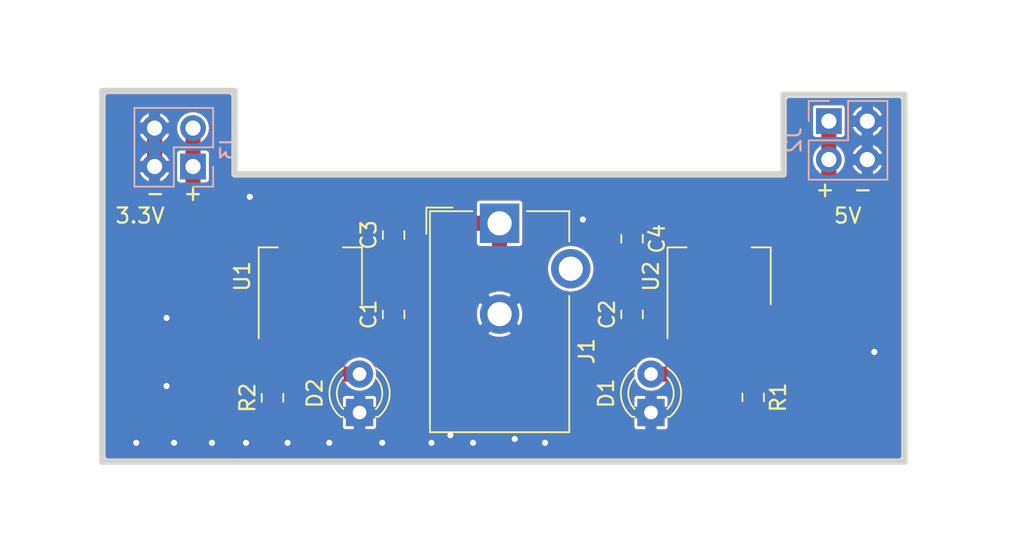
<source format=kicad_pcb>
(kicad_pcb (version 20171130) (host pcbnew "(5.1.4)-1")

  (general
    (thickness 1.6)
    (drawings 19)
    (tracks 70)
    (zones 0)
    (modules 13)
    (nets 7)
  )

  (page A4)
  (layers
    (0 F.Cu signal)
    (31 B.Cu signal)
    (32 B.Adhes user)
    (33 F.Adhes user)
    (34 B.Paste user)
    (35 F.Paste user)
    (36 B.SilkS user)
    (37 F.SilkS user)
    (38 B.Mask user)
    (39 F.Mask user)
    (40 Dwgs.User user)
    (41 Cmts.User user)
    (42 Eco1.User user)
    (43 Eco2.User user)
    (44 Edge.Cuts user)
    (45 Margin user)
    (46 B.CrtYd user)
    (47 F.CrtYd user)
    (48 B.Fab user)
    (49 F.Fab user)
  )

  (setup
    (last_trace_width 0.25)
    (trace_clearance 0.2)
    (zone_clearance 0.2)
    (zone_45_only no)
    (trace_min 0.2)
    (via_size 0.8)
    (via_drill 0.4)
    (via_min_size 0.4)
    (via_min_drill 0.3)
    (uvia_size 0.3)
    (uvia_drill 0.1)
    (uvias_allowed no)
    (uvia_min_size 0.2)
    (uvia_min_drill 0.1)
    (edge_width 0.05)
    (segment_width 0.2)
    (pcb_text_width 0.3)
    (pcb_text_size 1.5 1.5)
    (mod_edge_width 0.12)
    (mod_text_size 1 1)
    (mod_text_width 0.15)
    (pad_size 1.524 1.524)
    (pad_drill 0.762)
    (pad_to_mask_clearance 0.0762)
    (solder_mask_min_width 0.1016)
    (aux_axis_origin 0 0)
    (visible_elements 7FFFFFFF)
    (pcbplotparams
      (layerselection 0x010fc_ffffffff)
      (usegerberextensions false)
      (usegerberattributes false)
      (usegerberadvancedattributes false)
      (creategerberjobfile false)
      (excludeedgelayer true)
      (linewidth 0.100000)
      (plotframeref false)
      (viasonmask false)
      (mode 1)
      (useauxorigin false)
      (hpglpennumber 1)
      (hpglpenspeed 20)
      (hpglpendiameter 15.000000)
      (psnegative false)
      (psa4output false)
      (plotreference true)
      (plotvalue true)
      (plotinvisibletext false)
      (padsonsilk false)
      (subtractmaskfromsilk false)
      (outputformat 1)
      (mirror false)
      (drillshape 1)
      (scaleselection 1)
      (outputdirectory ""))
  )

  (net 0 "")
  (net 1 "Net-(C1-Pad1)")
  (net 2 GND)
  (net 3 "Net-(C3-Pad1)")
  (net 4 "Net-(C4-Pad1)")
  (net 5 "Net-(D1-Pad2)")
  (net 6 "Net-(D2-Pad2)")

  (net_class Default "This is the default net class."
    (clearance 0.2)
    (trace_width 0.25)
    (via_dia 0.8)
    (via_drill 0.4)
    (uvia_dia 0.3)
    (uvia_drill 0.1)
    (add_net GND)
    (add_net "Net-(C1-Pad1)")
    (add_net "Net-(C3-Pad1)")
    (add_net "Net-(C4-Pad1)")
    (add_net "Net-(D1-Pad2)")
    (add_net "Net-(D2-Pad2)")
  )

  (module Capacitor_SMD:C_0805_2012Metric_Pad1.15x1.40mm_HandSolder (layer F.Cu) (tedit 5B36C52B) (tstamp 5D9AB66D)
    (at 145 83.025 90)
    (descr "Capacitor SMD 0805 (2012 Metric), square (rectangular) end terminal, IPC_7351 nominal with elongated pad for handsoldering. (Body size source: https://docs.google.com/spreadsheets/d/1BsfQQcO9C6DZCsRaXUlFlo91Tg2WpOkGARC1WS5S8t0/edit?usp=sharing), generated with kicad-footprint-generator")
    (tags "capacitor handsolder")
    (path /5D9A7781)
    (attr smd)
    (fp_text reference C1 (at 0 -1.65 90) (layer F.SilkS)
      (effects (font (size 1 1) (thickness 0.15)))
    )
    (fp_text value 10uf (at 0 1.65 90) (layer F.Fab)
      (effects (font (size 1 1) (thickness 0.15)))
    )
    (fp_line (start -1 0.6) (end -1 -0.6) (layer F.Fab) (width 0.1))
    (fp_line (start -1 -0.6) (end 1 -0.6) (layer F.Fab) (width 0.1))
    (fp_line (start 1 -0.6) (end 1 0.6) (layer F.Fab) (width 0.1))
    (fp_line (start 1 0.6) (end -1 0.6) (layer F.Fab) (width 0.1))
    (fp_line (start -0.261252 -0.71) (end 0.261252 -0.71) (layer F.SilkS) (width 0.12))
    (fp_line (start -0.261252 0.71) (end 0.261252 0.71) (layer F.SilkS) (width 0.12))
    (fp_line (start -1.85 0.95) (end -1.85 -0.95) (layer F.CrtYd) (width 0.05))
    (fp_line (start -1.85 -0.95) (end 1.85 -0.95) (layer F.CrtYd) (width 0.05))
    (fp_line (start 1.85 -0.95) (end 1.85 0.95) (layer F.CrtYd) (width 0.05))
    (fp_line (start 1.85 0.95) (end -1.85 0.95) (layer F.CrtYd) (width 0.05))
    (fp_text user %R (at 0 0 90) (layer F.Fab)
      (effects (font (size 0.5 0.5) (thickness 0.08)))
    )
    (pad 1 smd roundrect (at -1.025 0 90) (size 1.15 1.4) (layers F.Cu F.Paste F.Mask) (roundrect_rratio 0.217391)
      (net 1 "Net-(C1-Pad1)"))
    (pad 2 smd roundrect (at 1.025 0 90) (size 1.15 1.4) (layers F.Cu F.Paste F.Mask) (roundrect_rratio 0.217391)
      (net 2 GND))
    (model ${KISYS3DMOD}/Capacitor_SMD.3dshapes/C_0805_2012Metric.wrl
      (at (xyz 0 0 0))
      (scale (xyz 1 1 1))
      (rotate (xyz 0 0 0))
    )
  )

  (module Capacitor_SMD:C_0805_2012Metric_Pad1.15x1.40mm_HandSolder (layer F.Cu) (tedit 5B36C52B) (tstamp 5D9AA6DB)
    (at 160.75 83.025 90)
    (descr "Capacitor SMD 0805 (2012 Metric), square (rectangular) end terminal, IPC_7351 nominal with elongated pad for handsoldering. (Body size source: https://docs.google.com/spreadsheets/d/1BsfQQcO9C6DZCsRaXUlFlo91Tg2WpOkGARC1WS5S8t0/edit?usp=sharing), generated with kicad-footprint-generator")
    (tags "capacitor handsolder")
    (path /5D9A8849)
    (attr smd)
    (fp_text reference C2 (at 0 -1.65 90) (layer F.SilkS)
      (effects (font (size 1 1) (thickness 0.15)))
    )
    (fp_text value 10uf (at 0 1.65 90) (layer F.Fab)
      (effects (font (size 1 1) (thickness 0.15)))
    )
    (fp_line (start -1 0.6) (end -1 -0.6) (layer F.Fab) (width 0.1))
    (fp_line (start -1 -0.6) (end 1 -0.6) (layer F.Fab) (width 0.1))
    (fp_line (start 1 -0.6) (end 1 0.6) (layer F.Fab) (width 0.1))
    (fp_line (start 1 0.6) (end -1 0.6) (layer F.Fab) (width 0.1))
    (fp_line (start -0.261252 -0.71) (end 0.261252 -0.71) (layer F.SilkS) (width 0.12))
    (fp_line (start -0.261252 0.71) (end 0.261252 0.71) (layer F.SilkS) (width 0.12))
    (fp_line (start -1.85 0.95) (end -1.85 -0.95) (layer F.CrtYd) (width 0.05))
    (fp_line (start -1.85 -0.95) (end 1.85 -0.95) (layer F.CrtYd) (width 0.05))
    (fp_line (start 1.85 -0.95) (end 1.85 0.95) (layer F.CrtYd) (width 0.05))
    (fp_line (start 1.85 0.95) (end -1.85 0.95) (layer F.CrtYd) (width 0.05))
    (fp_text user %R (at 0 0 90) (layer F.Fab)
      (effects (font (size 0.5 0.5) (thickness 0.08)))
    )
    (pad 1 smd roundrect (at -1.025 0 90) (size 1.15 1.4) (layers F.Cu F.Paste F.Mask) (roundrect_rratio 0.217391)
      (net 1 "Net-(C1-Pad1)"))
    (pad 2 smd roundrect (at 1.025 0 90) (size 1.15 1.4) (layers F.Cu F.Paste F.Mask) (roundrect_rratio 0.217391)
      (net 2 GND))
    (model ${KISYS3DMOD}/Capacitor_SMD.3dshapes/C_0805_2012Metric.wrl
      (at (xyz 0 0 0))
      (scale (xyz 1 1 1))
      (rotate (xyz 0 0 0))
    )
  )

  (module Capacitor_SMD:C_0805_2012Metric_Pad1.15x1.40mm_HandSolder (layer F.Cu) (tedit 5B36C52B) (tstamp 5D9AAB3D)
    (at 145 77.775 90)
    (descr "Capacitor SMD 0805 (2012 Metric), square (rectangular) end terminal, IPC_7351 nominal with elongated pad for handsoldering. (Body size source: https://docs.google.com/spreadsheets/d/1BsfQQcO9C6DZCsRaXUlFlo91Tg2WpOkGARC1WS5S8t0/edit?usp=sharing), generated with kicad-footprint-generator")
    (tags "capacitor handsolder")
    (path /5D9A7ED1)
    (attr smd)
    (fp_text reference C3 (at 0 -1.65 90) (layer F.SilkS)
      (effects (font (size 1 1) (thickness 0.15)))
    )
    (fp_text value 22uf (at 0 1.65 90) (layer F.Fab)
      (effects (font (size 1 1) (thickness 0.15)))
    )
    (fp_text user %R (at 0 0 90) (layer F.Fab)
      (effects (font (size 0.5 0.5) (thickness 0.08)))
    )
    (fp_line (start 1.85 0.95) (end -1.85 0.95) (layer F.CrtYd) (width 0.05))
    (fp_line (start 1.85 -0.95) (end 1.85 0.95) (layer F.CrtYd) (width 0.05))
    (fp_line (start -1.85 -0.95) (end 1.85 -0.95) (layer F.CrtYd) (width 0.05))
    (fp_line (start -1.85 0.95) (end -1.85 -0.95) (layer F.CrtYd) (width 0.05))
    (fp_line (start -0.261252 0.71) (end 0.261252 0.71) (layer F.SilkS) (width 0.12))
    (fp_line (start -0.261252 -0.71) (end 0.261252 -0.71) (layer F.SilkS) (width 0.12))
    (fp_line (start 1 0.6) (end -1 0.6) (layer F.Fab) (width 0.1))
    (fp_line (start 1 -0.6) (end 1 0.6) (layer F.Fab) (width 0.1))
    (fp_line (start -1 -0.6) (end 1 -0.6) (layer F.Fab) (width 0.1))
    (fp_line (start -1 0.6) (end -1 -0.6) (layer F.Fab) (width 0.1))
    (pad 2 smd roundrect (at 1.025 0 90) (size 1.15 1.4) (layers F.Cu F.Paste F.Mask) (roundrect_rratio 0.217391)
      (net 2 GND))
    (pad 1 smd roundrect (at -1.025 0 90) (size 1.15 1.4) (layers F.Cu F.Paste F.Mask) (roundrect_rratio 0.217391)
      (net 3 "Net-(C3-Pad1)"))
    (model ${KISYS3DMOD}/Capacitor_SMD.3dshapes/C_0805_2012Metric.wrl
      (at (xyz 0 0 0))
      (scale (xyz 1 1 1))
      (rotate (xyz 0 0 0))
    )
  )

  (module Capacitor_SMD:C_0805_2012Metric_Pad1.15x1.40mm_HandSolder (layer F.Cu) (tedit 5B36C52B) (tstamp 5D9AA6FD)
    (at 160.75 78.025 270)
    (descr "Capacitor SMD 0805 (2012 Metric), square (rectangular) end terminal, IPC_7351 nominal with elongated pad for handsoldering. (Body size source: https://docs.google.com/spreadsheets/d/1BsfQQcO9C6DZCsRaXUlFlo91Tg2WpOkGARC1WS5S8t0/edit?usp=sharing), generated with kicad-footprint-generator")
    (tags "capacitor handsolder")
    (path /5D9A8E38)
    (attr smd)
    (fp_text reference C4 (at 0 -1.65 90) (layer F.SilkS)
      (effects (font (size 1 1) (thickness 0.15)))
    )
    (fp_text value 22uf (at 0 1.65 90) (layer F.Fab)
      (effects (font (size 1 1) (thickness 0.15)))
    )
    (fp_text user %R (at 0 0 90) (layer F.Fab)
      (effects (font (size 0.5 0.5) (thickness 0.08)))
    )
    (fp_line (start 1.85 0.95) (end -1.85 0.95) (layer F.CrtYd) (width 0.05))
    (fp_line (start 1.85 -0.95) (end 1.85 0.95) (layer F.CrtYd) (width 0.05))
    (fp_line (start -1.85 -0.95) (end 1.85 -0.95) (layer F.CrtYd) (width 0.05))
    (fp_line (start -1.85 0.95) (end -1.85 -0.95) (layer F.CrtYd) (width 0.05))
    (fp_line (start -0.261252 0.71) (end 0.261252 0.71) (layer F.SilkS) (width 0.12))
    (fp_line (start -0.261252 -0.71) (end 0.261252 -0.71) (layer F.SilkS) (width 0.12))
    (fp_line (start 1 0.6) (end -1 0.6) (layer F.Fab) (width 0.1))
    (fp_line (start 1 -0.6) (end 1 0.6) (layer F.Fab) (width 0.1))
    (fp_line (start -1 -0.6) (end 1 -0.6) (layer F.Fab) (width 0.1))
    (fp_line (start -1 0.6) (end -1 -0.6) (layer F.Fab) (width 0.1))
    (pad 2 smd roundrect (at 1.025 0 270) (size 1.15 1.4) (layers F.Cu F.Paste F.Mask) (roundrect_rratio 0.217391)
      (net 2 GND))
    (pad 1 smd roundrect (at -1.025 0 270) (size 1.15 1.4) (layers F.Cu F.Paste F.Mask) (roundrect_rratio 0.217391)
      (net 4 "Net-(C4-Pad1)"))
    (model ${KISYS3DMOD}/Capacitor_SMD.3dshapes/C_0805_2012Metric.wrl
      (at (xyz 0 0 0))
      (scale (xyz 1 1 1))
      (rotate (xyz 0 0 0))
    )
  )

  (module LED_THT:LED_D3.0mm (layer F.Cu) (tedit 587A3A7B) (tstamp 5D9AA710)
    (at 162 89.5 90)
    (descr "LED, diameter 3.0mm, 2 pins")
    (tags "LED diameter 3.0mm 2 pins")
    (path /5D9AEA66)
    (fp_text reference D1 (at 1.27 -2.96 90) (layer F.SilkS)
      (effects (font (size 1 1) (thickness 0.15)))
    )
    (fp_text value LED_ALT (at 1.27 2.96 90) (layer F.Fab)
      (effects (font (size 1 1) (thickness 0.15)))
    )
    (fp_arc (start 1.27 0) (end -0.23 -1.16619) (angle 284.3) (layer F.Fab) (width 0.1))
    (fp_arc (start 1.27 0) (end -0.29 -1.235516) (angle 108.8) (layer F.SilkS) (width 0.12))
    (fp_arc (start 1.27 0) (end -0.29 1.235516) (angle -108.8) (layer F.SilkS) (width 0.12))
    (fp_arc (start 1.27 0) (end 0.229039 -1.08) (angle 87.9) (layer F.SilkS) (width 0.12))
    (fp_arc (start 1.27 0) (end 0.229039 1.08) (angle -87.9) (layer F.SilkS) (width 0.12))
    (fp_circle (center 1.27 0) (end 2.77 0) (layer F.Fab) (width 0.1))
    (fp_line (start -0.23 -1.16619) (end -0.23 1.16619) (layer F.Fab) (width 0.1))
    (fp_line (start -0.29 -1.236) (end -0.29 -1.08) (layer F.SilkS) (width 0.12))
    (fp_line (start -0.29 1.08) (end -0.29 1.236) (layer F.SilkS) (width 0.12))
    (fp_line (start -1.15 -2.25) (end -1.15 2.25) (layer F.CrtYd) (width 0.05))
    (fp_line (start -1.15 2.25) (end 3.7 2.25) (layer F.CrtYd) (width 0.05))
    (fp_line (start 3.7 2.25) (end 3.7 -2.25) (layer F.CrtYd) (width 0.05))
    (fp_line (start 3.7 -2.25) (end -1.15 -2.25) (layer F.CrtYd) (width 0.05))
    (pad 1 thru_hole rect (at 0 0 90) (size 1.8 1.8) (drill 0.9) (layers *.Cu *.Mask)
      (net 2 GND))
    (pad 2 thru_hole circle (at 2.54 0 90) (size 1.8 1.8) (drill 0.9) (layers *.Cu *.Mask)
      (net 5 "Net-(D1-Pad2)"))
    (model ${KISYS3DMOD}/LED_THT.3dshapes/LED_D3.0mm.wrl
      (at (xyz 0 0 0))
      (scale (xyz 1 1 1))
      (rotate (xyz 0 0 0))
    )
  )

  (module Connector_BarrelJack:BarrelJack_CUI_PJ-102AH_Horizontal (layer F.Cu) (tedit 5A1DBF38) (tstamp 5D9AA732)
    (at 152 77)
    (descr "Thin-pin DC Barrel Jack, https://cdn-shop.adafruit.com/datasheets/21mmdcjackDatasheet.pdf")
    (tags "Power Jack")
    (path /5D9A418B)
    (fp_text reference J1 (at 5.75 8.45 90) (layer F.SilkS)
      (effects (font (size 1 1) (thickness 0.15)))
    )
    (fp_text value Barrel_Jack (at -5.5 6.2 90) (layer F.Fab)
      (effects (font (size 1 1) (thickness 0.15)))
    )
    (fp_text user %R (at 0 6.5) (layer F.Fab)
      (effects (font (size 1 1) (thickness 0.15)))
    )
    (fp_line (start 1.8 -1.8) (end 1.8 -1.2) (layer F.CrtYd) (width 0.05))
    (fp_line (start 1.8 -1.2) (end 5 -1.2) (layer F.CrtYd) (width 0.05))
    (fp_line (start 5 -1.2) (end 5 1.2) (layer F.CrtYd) (width 0.05))
    (fp_line (start 5 1.2) (end 6.5 1.2) (layer F.CrtYd) (width 0.05))
    (fp_line (start 6.5 1.2) (end 6.5 4.8) (layer F.CrtYd) (width 0.05))
    (fp_line (start 6.5 4.8) (end 5 4.8) (layer F.CrtYd) (width 0.05))
    (fp_line (start 5 4.8) (end 5 14.2) (layer F.CrtYd) (width 0.05))
    (fp_line (start 5 14.2) (end -5 14.2) (layer F.CrtYd) (width 0.05))
    (fp_line (start -5 14.2) (end -5 -1.2) (layer F.CrtYd) (width 0.05))
    (fp_line (start -5 -1.2) (end -1.8 -1.2) (layer F.CrtYd) (width 0.05))
    (fp_line (start -1.8 -1.2) (end -1.8 -1.8) (layer F.CrtYd) (width 0.05))
    (fp_line (start -1.8 -1.8) (end 1.8 -1.8) (layer F.CrtYd) (width 0.05))
    (fp_line (start 4.6 4.8) (end 4.6 13.8) (layer F.SilkS) (width 0.12))
    (fp_line (start 4.6 13.8) (end -4.6 13.8) (layer F.SilkS) (width 0.12))
    (fp_line (start -4.6 13.8) (end -4.6 -0.8) (layer F.SilkS) (width 0.12))
    (fp_line (start -4.6 -0.8) (end -1.8 -0.8) (layer F.SilkS) (width 0.12))
    (fp_line (start 1.8 -0.8) (end 4.6 -0.8) (layer F.SilkS) (width 0.12))
    (fp_line (start 4.6 -0.8) (end 4.6 1.2) (layer F.SilkS) (width 0.12))
    (fp_line (start -4.84 0.7) (end -4.84 -1.04) (layer F.SilkS) (width 0.12))
    (fp_line (start -4.84 -1.04) (end -3.1 -1.04) (layer F.SilkS) (width 0.12))
    (fp_line (start 4.5 -0.7) (end 4.5 13.7) (layer F.Fab) (width 0.1))
    (fp_line (start 4.5 13.7) (end -4.5 13.7) (layer F.Fab) (width 0.1))
    (fp_line (start -4.5 13.7) (end -4.5 0.3) (layer F.Fab) (width 0.1))
    (fp_line (start -4.5 0.3) (end -3.5 -0.7) (layer F.Fab) (width 0.1))
    (fp_line (start -3.5 -0.7) (end 4.5 -0.7) (layer F.Fab) (width 0.1))
    (fp_line (start -4.5 10.2) (end 4.5 10.2) (layer F.Fab) (width 0.1))
    (pad 1 thru_hole rect (at 0 0) (size 2.6 2.6) (drill 1.6) (layers *.Cu *.Mask)
      (net 1 "Net-(C1-Pad1)"))
    (pad 2 thru_hole circle (at 0 6) (size 2.6 2.6) (drill 1.6) (layers *.Cu *.Mask)
      (net 2 GND))
    (pad 3 thru_hole circle (at 4.7 3) (size 2.6 2.6) (drill 1.6) (layers *.Cu *.Mask))
    (model ${KISYS3DMOD}/Connector_BarrelJack.3dshapes/BarrelJack_CUI_PJ-102AH_Horizontal.wrl
      (at (xyz 0 0 0))
      (scale (xyz 1 1 1))
      (rotate (xyz 0 0 0))
    )
  )

  (module Connector_PinHeader_2.54mm:PinHeader_2x02_P2.54mm_Vertical locked (layer B.Cu) (tedit 59FED5CC) (tstamp 5D9AB88A)
    (at 173.75 70.25 270)
    (descr "Through hole straight pin header, 2x02, 2.54mm pitch, double rows")
    (tags "Through hole pin header THT 2x02 2.54mm double row")
    (path /5D9B2536)
    (fp_text reference J2 (at 1.27 2.33 270) (layer B.SilkS)
      (effects (font (size 1 1) (thickness 0.15)) (justify mirror))
    )
    (fp_text value Conn_02x02_Odd_Even (at 1.27 -4.87 270) (layer B.Fab)
      (effects (font (size 1 1) (thickness 0.15)) (justify mirror))
    )
    (fp_text user %R (at 1.27 -1.27) (layer B.Fab)
      (effects (font (size 1 1) (thickness 0.15)) (justify mirror))
    )
    (fp_line (start 4.35 1.8) (end -1.8 1.8) (layer B.CrtYd) (width 0.05))
    (fp_line (start 4.35 -4.35) (end 4.35 1.8) (layer B.CrtYd) (width 0.05))
    (fp_line (start -1.8 -4.35) (end 4.35 -4.35) (layer B.CrtYd) (width 0.05))
    (fp_line (start -1.8 1.8) (end -1.8 -4.35) (layer B.CrtYd) (width 0.05))
    (fp_line (start -1.33 1.33) (end 0 1.33) (layer B.SilkS) (width 0.12))
    (fp_line (start -1.33 0) (end -1.33 1.33) (layer B.SilkS) (width 0.12))
    (fp_line (start 1.27 1.33) (end 3.87 1.33) (layer B.SilkS) (width 0.12))
    (fp_line (start 1.27 -1.27) (end 1.27 1.33) (layer B.SilkS) (width 0.12))
    (fp_line (start -1.33 -1.27) (end 1.27 -1.27) (layer B.SilkS) (width 0.12))
    (fp_line (start 3.87 1.33) (end 3.87 -3.87) (layer B.SilkS) (width 0.12))
    (fp_line (start -1.33 -1.27) (end -1.33 -3.87) (layer B.SilkS) (width 0.12))
    (fp_line (start -1.33 -3.87) (end 3.87 -3.87) (layer B.SilkS) (width 0.12))
    (fp_line (start -1.27 0) (end 0 1.27) (layer B.Fab) (width 0.1))
    (fp_line (start -1.27 -3.81) (end -1.27 0) (layer B.Fab) (width 0.1))
    (fp_line (start 3.81 -3.81) (end -1.27 -3.81) (layer B.Fab) (width 0.1))
    (fp_line (start 3.81 1.27) (end 3.81 -3.81) (layer B.Fab) (width 0.1))
    (fp_line (start 0 1.27) (end 3.81 1.27) (layer B.Fab) (width 0.1))
    (pad 4 thru_hole oval (at 2.54 -2.54 270) (size 1.7 1.7) (drill 1) (layers *.Cu *.Mask)
      (net 2 GND))
    (pad 3 thru_hole oval (at 0 -2.54 270) (size 1.7 1.7) (drill 1) (layers *.Cu *.Mask)
      (net 2 GND))
    (pad 2 thru_hole oval (at 2.54 0 270) (size 1.7 1.7) (drill 1) (layers *.Cu *.Mask)
      (net 4 "Net-(C4-Pad1)"))
    (pad 1 thru_hole rect (at 0 0 270) (size 1.7 1.7) (drill 1) (layers *.Cu *.Mask)
      (net 4 "Net-(C4-Pad1)"))
    (model ${KISYS3DMOD}/Connector_PinHeader_2.54mm.3dshapes/PinHeader_2x02_P2.54mm_Vertical.wrl
      (at (xyz 0 0 0))
      (scale (xyz 1 1 1))
      (rotate (xyz 0 0 0))
    )
  )

  (module Connector_PinHeader_2.54mm:PinHeader_2x02_P2.54mm_Vertical locked (layer B.Cu) (tedit 59FED5CC) (tstamp 5D9AAF40)
    (at 131.75 73.25 90)
    (descr "Through hole straight pin header, 2x02, 2.54mm pitch, double rows")
    (tags "Through hole pin header THT 2x02 2.54mm double row")
    (path /5D9B1DF7)
    (fp_text reference J3 (at 1.27 2.33 90) (layer B.SilkS)
      (effects (font (size 1 1) (thickness 0.15)) (justify mirror))
    )
    (fp_text value Conn_02x02_Odd_Even (at 1.27 -4.87 90) (layer B.Fab)
      (effects (font (size 1 1) (thickness 0.15)) (justify mirror))
    )
    (fp_line (start 0 1.27) (end 3.81 1.27) (layer B.Fab) (width 0.1))
    (fp_line (start 3.81 1.27) (end 3.81 -3.81) (layer B.Fab) (width 0.1))
    (fp_line (start 3.81 -3.81) (end -1.27 -3.81) (layer B.Fab) (width 0.1))
    (fp_line (start -1.27 -3.81) (end -1.27 0) (layer B.Fab) (width 0.1))
    (fp_line (start -1.27 0) (end 0 1.27) (layer B.Fab) (width 0.1))
    (fp_line (start -1.33 -3.87) (end 3.87 -3.87) (layer B.SilkS) (width 0.12))
    (fp_line (start -1.33 -1.27) (end -1.33 -3.87) (layer B.SilkS) (width 0.12))
    (fp_line (start 3.87 1.33) (end 3.87 -3.87) (layer B.SilkS) (width 0.12))
    (fp_line (start -1.33 -1.27) (end 1.27 -1.27) (layer B.SilkS) (width 0.12))
    (fp_line (start 1.27 -1.27) (end 1.27 1.33) (layer B.SilkS) (width 0.12))
    (fp_line (start 1.27 1.33) (end 3.87 1.33) (layer B.SilkS) (width 0.12))
    (fp_line (start -1.33 0) (end -1.33 1.33) (layer B.SilkS) (width 0.12))
    (fp_line (start -1.33 1.33) (end 0 1.33) (layer B.SilkS) (width 0.12))
    (fp_line (start -1.8 1.8) (end -1.8 -4.35) (layer B.CrtYd) (width 0.05))
    (fp_line (start -1.8 -4.35) (end 4.35 -4.35) (layer B.CrtYd) (width 0.05))
    (fp_line (start 4.35 -4.35) (end 4.35 1.8) (layer B.CrtYd) (width 0.05))
    (fp_line (start 4.35 1.8) (end -1.8 1.8) (layer B.CrtYd) (width 0.05))
    (fp_text user %R (at 1.27 -1.27 180) (layer B.Fab)
      (effects (font (size 1 1) (thickness 0.15)) (justify mirror))
    )
    (pad 1 thru_hole rect (at 0 0 90) (size 1.7 1.7) (drill 1) (layers *.Cu *.Mask)
      (net 3 "Net-(C3-Pad1)"))
    (pad 2 thru_hole oval (at 2.54 0 90) (size 1.7 1.7) (drill 1) (layers *.Cu *.Mask)
      (net 3 "Net-(C3-Pad1)"))
    (pad 3 thru_hole oval (at 0 -2.54 90) (size 1.7 1.7) (drill 1) (layers *.Cu *.Mask)
      (net 2 GND))
    (pad 4 thru_hole oval (at 2.54 -2.54 90) (size 1.7 1.7) (drill 1) (layers *.Cu *.Mask)
      (net 2 GND))
    (model ${KISYS3DMOD}/Connector_PinHeader_2.54mm.3dshapes/PinHeader_2x02_P2.54mm_Vertical.wrl
      (at (xyz 0 0 0))
      (scale (xyz 1 1 1))
      (rotate (xyz 0 0 0))
    )
  )

  (module Resistor_SMD:R_0805_2012Metric_Pad1.15x1.40mm_HandSolder (layer F.Cu) (tedit 5B36C52B) (tstamp 5D9AA777)
    (at 168.75 88.5 270)
    (descr "Resistor SMD 0805 (2012 Metric), square (rectangular) end terminal, IPC_7351 nominal with elongated pad for handsoldering. (Body size source: https://docs.google.com/spreadsheets/d/1BsfQQcO9C6DZCsRaXUlFlo91Tg2WpOkGARC1WS5S8t0/edit?usp=sharing), generated with kicad-footprint-generator")
    (tags "resistor handsolder")
    (path /5D9AF435)
    (attr smd)
    (fp_text reference R1 (at 0 -1.65 90) (layer F.SilkS)
      (effects (font (size 1 1) (thickness 0.15)))
    )
    (fp_text value 1K (at 0 1.65 90) (layer F.Fab)
      (effects (font (size 1 1) (thickness 0.15)))
    )
    (fp_line (start -1 0.6) (end -1 -0.6) (layer F.Fab) (width 0.1))
    (fp_line (start -1 -0.6) (end 1 -0.6) (layer F.Fab) (width 0.1))
    (fp_line (start 1 -0.6) (end 1 0.6) (layer F.Fab) (width 0.1))
    (fp_line (start 1 0.6) (end -1 0.6) (layer F.Fab) (width 0.1))
    (fp_line (start -0.261252 -0.71) (end 0.261252 -0.71) (layer F.SilkS) (width 0.12))
    (fp_line (start -0.261252 0.71) (end 0.261252 0.71) (layer F.SilkS) (width 0.12))
    (fp_line (start -1.85 0.95) (end -1.85 -0.95) (layer F.CrtYd) (width 0.05))
    (fp_line (start -1.85 -0.95) (end 1.85 -0.95) (layer F.CrtYd) (width 0.05))
    (fp_line (start 1.85 -0.95) (end 1.85 0.95) (layer F.CrtYd) (width 0.05))
    (fp_line (start 1.85 0.95) (end -1.85 0.95) (layer F.CrtYd) (width 0.05))
    (fp_text user %R (at 0 0 90) (layer F.Fab)
      (effects (font (size 0.5 0.5) (thickness 0.08)))
    )
    (pad 1 smd roundrect (at -1.025 0 270) (size 1.15 1.4) (layers F.Cu F.Paste F.Mask) (roundrect_rratio 0.217391)
      (net 4 "Net-(C4-Pad1)"))
    (pad 2 smd roundrect (at 1.025 0 270) (size 1.15 1.4) (layers F.Cu F.Paste F.Mask) (roundrect_rratio 0.217391)
      (net 5 "Net-(D1-Pad2)"))
    (model ${KISYS3DMOD}/Resistor_SMD.3dshapes/R_0805_2012Metric.wrl
      (at (xyz 0 0 0))
      (scale (xyz 1 1 1))
      (rotate (xyz 0 0 0))
    )
  )

  (module Package_TO_SOT_SMD:SOT-223-3_TabPin2 (layer F.Cu) (tedit 5A02FF57) (tstamp 5D9AA78D)
    (at 139.5 80.5 90)
    (descr "module CMS SOT223 4 pins")
    (tags "CMS SOT")
    (path /5D9A5065)
    (attr smd)
    (fp_text reference U1 (at 0 -4.5 90) (layer F.SilkS)
      (effects (font (size 1 1) (thickness 0.15)))
    )
    (fp_text value AZ1117-3.3 (at 0 4.5 90) (layer F.Fab)
      (effects (font (size 1 1) (thickness 0.15)))
    )
    (fp_text user %R (at 0 0) (layer F.Fab)
      (effects (font (size 0.8 0.8) (thickness 0.12)))
    )
    (fp_line (start 1.91 3.41) (end 1.91 2.15) (layer F.SilkS) (width 0.12))
    (fp_line (start 1.91 -3.41) (end 1.91 -2.15) (layer F.SilkS) (width 0.12))
    (fp_line (start 4.4 -3.6) (end -4.4 -3.6) (layer F.CrtYd) (width 0.05))
    (fp_line (start 4.4 3.6) (end 4.4 -3.6) (layer F.CrtYd) (width 0.05))
    (fp_line (start -4.4 3.6) (end 4.4 3.6) (layer F.CrtYd) (width 0.05))
    (fp_line (start -4.4 -3.6) (end -4.4 3.6) (layer F.CrtYd) (width 0.05))
    (fp_line (start -1.85 -2.35) (end -0.85 -3.35) (layer F.Fab) (width 0.1))
    (fp_line (start -1.85 -2.35) (end -1.85 3.35) (layer F.Fab) (width 0.1))
    (fp_line (start -1.85 3.41) (end 1.91 3.41) (layer F.SilkS) (width 0.12))
    (fp_line (start -0.85 -3.35) (end 1.85 -3.35) (layer F.Fab) (width 0.1))
    (fp_line (start -4.1 -3.41) (end 1.91 -3.41) (layer F.SilkS) (width 0.12))
    (fp_line (start -1.85 3.35) (end 1.85 3.35) (layer F.Fab) (width 0.1))
    (fp_line (start 1.85 -3.35) (end 1.85 3.35) (layer F.Fab) (width 0.1))
    (pad 2 smd rect (at 3.15 0 90) (size 2 3.8) (layers F.Cu F.Paste F.Mask)
      (net 3 "Net-(C3-Pad1)"))
    (pad 2 smd rect (at -3.15 0 90) (size 2 1.5) (layers F.Cu F.Paste F.Mask)
      (net 3 "Net-(C3-Pad1)"))
    (pad 3 smd rect (at -3.15 2.3 90) (size 2 1.5) (layers F.Cu F.Paste F.Mask)
      (net 1 "Net-(C1-Pad1)"))
    (pad 1 smd rect (at -3.15 -2.3 90) (size 2 1.5) (layers F.Cu F.Paste F.Mask)
      (net 2 GND))
    (model ${KISYS3DMOD}/Package_TO_SOT_SMD.3dshapes/SOT-223.wrl
      (at (xyz 0 0 0))
      (scale (xyz 1 1 1))
      (rotate (xyz 0 0 0))
    )
  )

  (module Package_TO_SOT_SMD:SOT-223-3_TabPin2 (layer F.Cu) (tedit 5A02FF57) (tstamp 5D9AA7A3)
    (at 166.5 80.5 90)
    (descr "module CMS SOT223 4 pins")
    (tags "CMS SOT")
    (path /5D9A5DD6)
    (attr smd)
    (fp_text reference U2 (at 0 -4.5 90) (layer F.SilkS)
      (effects (font (size 1 1) (thickness 0.15)))
    )
    (fp_text value AZ1117-5.0 (at 0 4.5 90) (layer F.Fab)
      (effects (font (size 1 1) (thickness 0.15)))
    )
    (fp_line (start 1.85 -3.35) (end 1.85 3.35) (layer F.Fab) (width 0.1))
    (fp_line (start -1.85 3.35) (end 1.85 3.35) (layer F.Fab) (width 0.1))
    (fp_line (start -4.1 -3.41) (end 1.91 -3.41) (layer F.SilkS) (width 0.12))
    (fp_line (start -0.85 -3.35) (end 1.85 -3.35) (layer F.Fab) (width 0.1))
    (fp_line (start -1.85 3.41) (end 1.91 3.41) (layer F.SilkS) (width 0.12))
    (fp_line (start -1.85 -2.35) (end -1.85 3.35) (layer F.Fab) (width 0.1))
    (fp_line (start -1.85 -2.35) (end -0.85 -3.35) (layer F.Fab) (width 0.1))
    (fp_line (start -4.4 -3.6) (end -4.4 3.6) (layer F.CrtYd) (width 0.05))
    (fp_line (start -4.4 3.6) (end 4.4 3.6) (layer F.CrtYd) (width 0.05))
    (fp_line (start 4.4 3.6) (end 4.4 -3.6) (layer F.CrtYd) (width 0.05))
    (fp_line (start 4.4 -3.6) (end -4.4 -3.6) (layer F.CrtYd) (width 0.05))
    (fp_line (start 1.91 -3.41) (end 1.91 -2.15) (layer F.SilkS) (width 0.12))
    (fp_line (start 1.91 3.41) (end 1.91 2.15) (layer F.SilkS) (width 0.12))
    (fp_text user %R (at 0 0) (layer F.Fab)
      (effects (font (size 0.8 0.8) (thickness 0.12)))
    )
    (pad 1 smd rect (at -3.15 -2.3 90) (size 2 1.5) (layers F.Cu F.Paste F.Mask)
      (net 2 GND))
    (pad 3 smd rect (at -3.15 2.3 90) (size 2 1.5) (layers F.Cu F.Paste F.Mask)
      (net 1 "Net-(C1-Pad1)"))
    (pad 2 smd rect (at -3.15 0 90) (size 2 1.5) (layers F.Cu F.Paste F.Mask)
      (net 4 "Net-(C4-Pad1)"))
    (pad 2 smd rect (at 3.15 0 90) (size 2 3.8) (layers F.Cu F.Paste F.Mask)
      (net 4 "Net-(C4-Pad1)"))
    (model ${KISYS3DMOD}/Package_TO_SOT_SMD.3dshapes/SOT-223.wrl
      (at (xyz 0 0 0))
      (scale (xyz 1 1 1))
      (rotate (xyz 0 0 0))
    )
  )

  (module LED_THT:LED_D3.0mm (layer F.Cu) (tedit 587A3A7B) (tstamp 5D9ABB71)
    (at 142.75 89.5 90)
    (descr "LED, diameter 3.0mm, 2 pins")
    (tags "LED diameter 3.0mm 2 pins")
    (path /5D9CE52D)
    (fp_text reference D2 (at 1.27 -2.96 90) (layer F.SilkS)
      (effects (font (size 1 1) (thickness 0.15)))
    )
    (fp_text value LED_ALT (at 1.27 2.96 90) (layer F.Fab)
      (effects (font (size 1 1) (thickness 0.15)))
    )
    (fp_arc (start 1.27 0) (end -0.23 -1.16619) (angle 284.3) (layer F.Fab) (width 0.1))
    (fp_arc (start 1.27 0) (end -0.29 -1.235516) (angle 108.8) (layer F.SilkS) (width 0.12))
    (fp_arc (start 1.27 0) (end -0.29 1.235516) (angle -108.8) (layer F.SilkS) (width 0.12))
    (fp_arc (start 1.27 0) (end 0.229039 -1.08) (angle 87.9) (layer F.SilkS) (width 0.12))
    (fp_arc (start 1.27 0) (end 0.229039 1.08) (angle -87.9) (layer F.SilkS) (width 0.12))
    (fp_circle (center 1.27 0) (end 2.77 0) (layer F.Fab) (width 0.1))
    (fp_line (start -0.23 -1.16619) (end -0.23 1.16619) (layer F.Fab) (width 0.1))
    (fp_line (start -0.29 -1.236) (end -0.29 -1.08) (layer F.SilkS) (width 0.12))
    (fp_line (start -0.29 1.08) (end -0.29 1.236) (layer F.SilkS) (width 0.12))
    (fp_line (start -1.15 -2.25) (end -1.15 2.25) (layer F.CrtYd) (width 0.05))
    (fp_line (start -1.15 2.25) (end 3.7 2.25) (layer F.CrtYd) (width 0.05))
    (fp_line (start 3.7 2.25) (end 3.7 -2.25) (layer F.CrtYd) (width 0.05))
    (fp_line (start 3.7 -2.25) (end -1.15 -2.25) (layer F.CrtYd) (width 0.05))
    (pad 1 thru_hole rect (at 0 0 90) (size 1.8 1.8) (drill 0.9) (layers *.Cu *.Mask)
      (net 2 GND))
    (pad 2 thru_hole circle (at 2.54 0 90) (size 1.8 1.8) (drill 0.9) (layers *.Cu *.Mask)
      (net 6 "Net-(D2-Pad2)"))
    (model ${KISYS3DMOD}/LED_THT.3dshapes/LED_D3.0mm.wrl
      (at (xyz 0 0 0))
      (scale (xyz 1 1 1))
      (rotate (xyz 0 0 0))
    )
  )

  (module Resistor_SMD:R_0805_2012Metric_Pad1.15x1.40mm_HandSolder (layer F.Cu) (tedit 5B36C52B) (tstamp 5D9ABC75)
    (at 137 88.525 90)
    (descr "Resistor SMD 0805 (2012 Metric), square (rectangular) end terminal, IPC_7351 nominal with elongated pad for handsoldering. (Body size source: https://docs.google.com/spreadsheets/d/1BsfQQcO9C6DZCsRaXUlFlo91Tg2WpOkGARC1WS5S8t0/edit?usp=sharing), generated with kicad-footprint-generator")
    (tags "resistor handsolder")
    (path /5D9CDA3F)
    (attr smd)
    (fp_text reference R2 (at 0 -1.65 90) (layer F.SilkS)
      (effects (font (size 1 1) (thickness 0.15)))
    )
    (fp_text value 1K (at 0 1.65 90) (layer F.Fab)
      (effects (font (size 1 1) (thickness 0.15)))
    )
    (fp_line (start -1 0.6) (end -1 -0.6) (layer F.Fab) (width 0.1))
    (fp_line (start -1 -0.6) (end 1 -0.6) (layer F.Fab) (width 0.1))
    (fp_line (start 1 -0.6) (end 1 0.6) (layer F.Fab) (width 0.1))
    (fp_line (start 1 0.6) (end -1 0.6) (layer F.Fab) (width 0.1))
    (fp_line (start -0.261252 -0.71) (end 0.261252 -0.71) (layer F.SilkS) (width 0.12))
    (fp_line (start -0.261252 0.71) (end 0.261252 0.71) (layer F.SilkS) (width 0.12))
    (fp_line (start -1.85 0.95) (end -1.85 -0.95) (layer F.CrtYd) (width 0.05))
    (fp_line (start -1.85 -0.95) (end 1.85 -0.95) (layer F.CrtYd) (width 0.05))
    (fp_line (start 1.85 -0.95) (end 1.85 0.95) (layer F.CrtYd) (width 0.05))
    (fp_line (start 1.85 0.95) (end -1.85 0.95) (layer F.CrtYd) (width 0.05))
    (fp_text user %R (at 0 0 90) (layer F.Fab)
      (effects (font (size 0.5 0.5) (thickness 0.08)))
    )
    (pad 1 smd roundrect (at -1.025 0 90) (size 1.15 1.4) (layers F.Cu F.Paste F.Mask) (roundrect_rratio 0.217391)
      (net 6 "Net-(D2-Pad2)"))
    (pad 2 smd roundrect (at 1.025 0 90) (size 1.15 1.4) (layers F.Cu F.Paste F.Mask) (roundrect_rratio 0.217391)
      (net 3 "Net-(C3-Pad1)"))
    (model ${KISYS3DMOD}/Resistor_SMD.3dshapes/R_0805_2012Metric.wrl
      (at (xyz 0 0 0))
      (scale (xyz 1 1 1))
      (rotate (xyz 0 0 0))
    )
  )

  (dimension 53.00059 (width 0.15) (layer Dwgs.User)
    (gr_text "2.0866 in" (at 152.225 97.924897 359.7297389) (layer Dwgs.User)
      (effects (font (size 1 1) (thickness 0.15)))
    )
    (feature1 (pts (xy 178.75 92.75) (xy 178.728366 97.336325)))
    (feature2 (pts (xy 125.75 92.5) (xy 125.728366 97.086325)))
    (crossbar (pts (xy 125.731132 96.499911) (xy 178.731132 96.749911)))
    (arrow1a (pts (xy 178.731132 96.749911) (xy 177.601875 97.331012)))
    (arrow1b (pts (xy 178.731132 96.749911) (xy 177.607407 96.158183)))
    (arrow2a (pts (xy 125.731132 96.499911) (xy 126.854857 97.091639)))
    (arrow2b (pts (xy 125.731132 96.499911) (xy 126.860389 95.91881)))
  )
  (dimension 24.25 (width 0.15) (layer Dwgs.User)
    (gr_text "0.9547 in" (at 185.3 80.625 270) (layer Dwgs.User)
      (effects (font (size 1 1) (thickness 0.15)))
    )
    (feature1 (pts (xy 178.75 92.75) (xy 184.586421 92.75)))
    (feature2 (pts (xy 178.75 68.5) (xy 184.586421 68.5)))
    (crossbar (pts (xy 184 68.5) (xy 184 92.75)))
    (arrow1a (pts (xy 184 92.75) (xy 183.413579 91.623496)))
    (arrow1b (pts (xy 184 92.75) (xy 184.586421 91.623496)))
    (arrow2a (pts (xy 184 68.5) (xy 183.413579 69.626504)))
    (arrow2b (pts (xy 184 68.5) (xy 184.586421 69.626504)))
  )
  (gr_text - (at 176 74.75) (layer F.SilkS)
    (effects (font (size 1 1) (thickness 0.15)))
  )
  (gr_text + (at 173.5 74.75) (layer F.SilkS)
    (effects (font (size 1 1) (thickness 0.15)))
  )
  (gr_text + (at 131.75 75) (layer F.SilkS)
    (effects (font (size 1 1) (thickness 0.15)))
  )
  (gr_text - (at 129.25 75) (layer F.SilkS)
    (effects (font (size 1 1) (thickness 0.15)))
  )
  (gr_text 3.3V (at 128.25 76.5) (layer F.SilkS)
    (effects (font (size 1 1) (thickness 0.15)))
  )
  (gr_text 5V (at 175 76.5) (layer F.SilkS)
    (effects (font (size 1 1) (thickness 0.15)))
  )
  (gr_line (start 125.75 68.25) (end 126.25 68.25) (layer Edge.Cuts) (width 0.4) (tstamp 5D9ABAB6))
  (gr_line (start 125.75 92.75) (end 125.75 68.25) (layer Edge.Cuts) (width 0.4))
  (gr_line (start 134.75 92.75) (end 125.75 92.75) (layer Edge.Cuts) (width 0.4))
  (gr_line (start 178.75 92.75) (end 134.75 92.75) (layer Edge.Cuts) (width 0.4))
  (gr_line (start 178.75 68.5) (end 178.75 92.75) (layer Edge.Cuts) (width 0.4))
  (gr_line (start 170.75 68.5) (end 178.75 68.5) (layer Edge.Cuts) (width 0.4))
  (gr_line (start 170.75 73.75) (end 170.75 68.5) (layer Edge.Cuts) (width 0.4))
  (gr_line (start 134.5 73.75) (end 170.75 73.75) (layer Edge.Cuts) (width 0.4))
  (gr_line (start 134.5 68.25) (end 134.5 73.75) (layer Edge.Cuts) (width 0.4))
  (gr_line (start 126.25 68.25) (end 134.5 68.25) (layer Edge.Cuts) (width 0.4))
  (dimension 42 (width 0.15) (layer Dwgs.User)
    (gr_text "42.000 mm" (at 152.75 66.95) (layer Dwgs.User)
      (effects (font (size 1 1) (thickness 0.15)))
    )
    (feature1 (pts (xy 173.75 74.25) (xy 173.75 67.663579)))
    (feature2 (pts (xy 131.75 74.25) (xy 131.75 67.663579)))
    (crossbar (pts (xy 131.75 68.25) (xy 173.75 68.25)))
    (arrow1a (pts (xy 173.75 68.25) (xy 172.623496 68.836421)))
    (arrow1b (pts (xy 173.75 68.25) (xy 172.623496 67.663579)))
    (arrow2a (pts (xy 131.75 68.25) (xy 132.876504 68.836421)))
    (arrow2b (pts (xy 131.75 68.25) (xy 132.876504 67.663579)))
  )

  (segment (start 141.8 83.65) (end 142.9 83.65) (width 1) (layer F.Cu) (net 1))
  (segment (start 143.3 84.05) (end 145 84.05) (width 1) (layer F.Cu) (net 1))
  (segment (start 142.9 83.65) (end 143.3 84.05) (width 1) (layer F.Cu) (net 1))
  (segment (start 149.7 77) (end 152 77) (width 1) (layer F.Cu) (net 1))
  (segment (start 148.5 78.2) (end 149.7 77) (width 1) (layer F.Cu) (net 1))
  (segment (start 148.5 81.35) (end 148.5 78.2) (width 1) (layer F.Cu) (net 1))
  (segment (start 145.8 84.05) (end 148.5 81.35) (width 1) (layer F.Cu) (net 1))
  (segment (start 145 84.05) (end 145.8 84.05) (width 1) (layer F.Cu) (net 1))
  (segment (start 159.95 84.05) (end 160.75 84.05) (width 1) (layer F.Cu) (net 1))
  (segment (start 156.75 84.05) (end 159.95 84.05) (width 1) (layer F.Cu) (net 1))
  (segment (start 152 79.3) (end 156.75 84.05) (width 1) (layer F.Cu) (net 1))
  (segment (start 152 77) (end 152 79.3) (width 1) (layer F.Cu) (net 1))
  (segment (start 156.75 84.05) (end 156.75 88.5) (width 1) (layer F.Cu) (net 1))
  (segment (start 156.75 88.5) (end 156.75 89.75) (width 1) (layer F.Cu) (net 1))
  (segment (start 156.75 89.75) (end 158.25 91.25) (width 1) (layer F.Cu) (net 1))
  (segment (start 158.25 91.25) (end 170.25 91.25) (width 1) (layer F.Cu) (net 1))
  (segment (start 170.25 91.25) (end 171.5 90) (width 1) (layer F.Cu) (net 1))
  (segment (start 168.8 84.9) (end 168.8 83.65) (width 0.25) (layer F.Cu) (net 1))
  (segment (start 171.5 87.6) (end 168.8 84.9) (width 1) (layer F.Cu) (net 1))
  (segment (start 171.5 90) (end 171.5 87.6) (width 1) (layer F.Cu) (net 1))
  (segment (start 129.21 70.71) (end 129.21 73.25) (width 1) (layer F.Cu) (net 2))
  (via (at 148.75 91) (size 0.8) (drill 0.4) (layers F.Cu B.Cu) (net 2))
  (via (at 176.75 85.5) (size 0.8) (drill 0.4) (layers F.Cu B.Cu) (net 2))
  (via (at 157.5 76.75) (size 0.8) (drill 0.4) (layers F.Cu B.Cu) (net 2))
  (via (at 135.5 75.25) (size 0.8) (drill 0.4) (layers F.Cu B.Cu) (net 2))
  (via (at 130 83.25) (size 0.8) (drill 0.4) (layers F.Cu B.Cu) (net 2))
  (via (at 130 87.75) (size 0.8) (drill 0.4) (layers F.Cu B.Cu) (net 2))
  (via (at 128 91.5) (size 0.8) (drill 0.4) (layers F.Cu B.Cu) (net 2))
  (via (at 130.5 91.5) (size 0.8) (drill 0.4) (layers F.Cu B.Cu) (net 2))
  (via (at 133 91.5) (size 0.8) (drill 0.4) (layers F.Cu B.Cu) (net 2))
  (via (at 135.25 91.5) (size 0.8) (drill 0.4) (layers F.Cu B.Cu) (net 2))
  (via (at 138 91.5) (size 0.8) (drill 0.4) (layers F.Cu B.Cu) (net 2))
  (via (at 140.75 91.5) (size 0.8) (drill 0.4) (layers F.Cu B.Cu) (net 2))
  (via (at 144.25 91.5) (size 0.8) (drill 0.4) (layers F.Cu B.Cu) (net 2))
  (via (at 147.5 91.5) (size 0.8) (drill 0.4) (layers F.Cu B.Cu) (net 2))
  (via (at 150.25 91.5) (size 0.8) (drill 0.4) (layers F.Cu B.Cu) (net 2))
  (via (at 153 91.25) (size 0.8) (drill 0.4) (layers F.Cu B.Cu) (net 2))
  (via (at 155 91.5) (size 0.8) (drill 0.4) (layers F.Cu B.Cu) (net 2))
  (segment (start 131.75 70.71) (end 131.75 73.25) (width 1) (layer F.Cu) (net 3))
  (segment (start 136.6 77.35) (end 139.5 77.35) (width 1) (layer F.Cu) (net 3))
  (segment (start 134 77.35) (end 136.6 77.35) (width 1) (layer F.Cu) (net 3))
  (segment (start 131.75 75.1) (end 134 77.35) (width 1) (layer F.Cu) (net 3))
  (segment (start 131.75 73.25) (end 131.75 75.1) (width 1) (layer F.Cu) (net 3))
  (segment (start 139.5 77.35) (end 139.5 83.65) (width 1) (layer F.Cu) (net 3))
  (segment (start 139.5 77.35) (end 142.6 77.35) (width 1) (layer F.Cu) (net 3))
  (segment (start 144.05 78.8) (end 145 78.8) (width 1) (layer F.Cu) (net 3))
  (segment (start 142.6 77.35) (end 144.05 78.8) (width 1) (layer F.Cu) (net 3))
  (segment (start 139.5 83.65) (end 139.5 85) (width 1) (layer F.Cu) (net 3))
  (segment (start 139.5 85) (end 137 87.5) (width 1) (layer F.Cu) (net 3))
  (segment (start 166.5 77.35) (end 163.35 77.35) (width 1) (layer F.Cu) (net 4))
  (segment (start 163 77) (end 160.75 77) (width 1) (layer F.Cu) (net 4))
  (segment (start 163.35 77.35) (end 163 77) (width 1) (layer F.Cu) (net 4))
  (segment (start 166.5 77.35) (end 166.5 83.65) (width 1) (layer F.Cu) (net 4))
  (segment (start 166.5 85.65) (end 167.1 86.25) (width 1) (layer F.Cu) (net 4))
  (segment (start 166.5 83.65) (end 166.5 85.65) (width 1) (layer F.Cu) (net 4))
  (segment (start 167.525 86.25) (end 168.75 87.475) (width 1) (layer F.Cu) (net 4))
  (segment (start 167.1 86.25) (end 167.525 86.25) (width 1) (layer F.Cu) (net 4))
  (segment (start 166.5 77.35) (end 168.175318 77.35) (width 1) (layer F.Cu) (net 4))
  (segment (start 173.75 70.25) (end 173.75 72.79) (width 1) (layer F.Cu) (net 4))
  (segment (start 173.75 74.5) (end 173.75 72.79) (width 1) (layer F.Cu) (net 4))
  (segment (start 166.5 77.35) (end 170.9 77.35) (width 1) (layer F.Cu) (net 4))
  (segment (start 170.9 77.35) (end 173.75 74.5) (width 1) (layer F.Cu) (net 4))
  (segment (start 163.272792 86.96) (end 162 86.96) (width 1) (layer F.Cu) (net 5))
  (segment (start 165.21442 88.901628) (end 163.272792 86.96) (width 1) (layer F.Cu) (net 5))
  (segment (start 168.126628 88.901628) (end 165.21442 88.901628) (width 1) (layer F.Cu) (net 5))
  (segment (start 168.75 89.525) (end 168.126628 88.901628) (width 1) (layer F.Cu) (net 5))
  (segment (start 141.477208 86.96) (end 142.75 86.96) (width 1) (layer F.Cu) (net 6))
  (segment (start 140.39 86.96) (end 141.477208 86.96) (width 1) (layer F.Cu) (net 6))
  (segment (start 137.8 89.55) (end 140.39 86.96) (width 1) (layer F.Cu) (net 6))
  (segment (start 137 89.55) (end 137.8 89.55) (width 1) (layer F.Cu) (net 6))

  (zone (net 2) (net_name GND) (layer B.Cu) (tstamp 5D9AC7C5) (hatch edge 0.508)
    (connect_pads (clearance 0.2))
    (min_thickness 0.254)
    (fill yes (arc_segments 32) (thermal_gap 0.2) (thermal_bridge_width 0.75))
    (polygon
      (pts
        (xy 182.75 66.5) (xy 182.25 95.25) (xy 119 95) (xy 121.75 62.25)
      )
    )
    (filled_polygon
      (pts
        (xy 134.148001 73.732698) (xy 134.146297 73.75) (xy 134.153093 73.819004) (xy 134.173221 73.885356) (xy 134.205907 73.946507)
        (xy 134.249894 74.000106) (xy 134.303493 74.044093) (xy 134.364644 74.076779) (xy 134.430996 74.096907) (xy 134.482708 74.102)
        (xy 134.482709 74.102) (xy 134.5 74.103703) (xy 134.517292 74.102) (xy 170.732708 74.102) (xy 170.75 74.103703)
        (xy 170.767291 74.102) (xy 170.767292 74.102) (xy 170.819004 74.096907) (xy 170.885356 74.076779) (xy 170.946507 74.044093)
        (xy 171.000106 74.000106) (xy 171.044093 73.946507) (xy 171.076779 73.885356) (xy 171.096907 73.819004) (xy 171.103703 73.75)
        (xy 171.102 73.732708) (xy 171.102 72.79) (xy 172.567306 72.79) (xy 172.590031 73.020732) (xy 172.657333 73.242597)
        (xy 172.766626 73.44707) (xy 172.913709 73.626291) (xy 173.09293 73.773374) (xy 173.297403 73.882667) (xy 173.519268 73.949969)
        (xy 173.692188 73.967) (xy 173.807812 73.967) (xy 173.980732 73.949969) (xy 174.202597 73.882667) (xy 174.40707 73.773374)
        (xy 174.586291 73.626291) (xy 174.733374 73.44707) (xy 174.842667 73.242597) (xy 174.851057 73.214938) (xy 175.192373 73.214938)
        (xy 175.296365 73.420909) (xy 175.438542 73.602635) (xy 175.61344 73.753132) (xy 175.814338 73.866616) (xy 175.865064 73.887615)
        (xy 176.042 73.856803) (xy 176.042 73.038) (xy 176.538 73.038) (xy 176.538 73.856803) (xy 176.714936 73.887615)
        (xy 176.765662 73.866616) (xy 176.96656 73.753132) (xy 177.141458 73.602635) (xy 177.283635 73.420909) (xy 177.387627 73.214938)
        (xy 177.358838 73.038) (xy 176.538 73.038) (xy 176.042 73.038) (xy 175.221162 73.038) (xy 175.192373 73.214938)
        (xy 174.851057 73.214938) (xy 174.909969 73.020732) (xy 174.932694 72.79) (xy 174.909969 72.559268) (xy 174.851058 72.365062)
        (xy 175.192373 72.365062) (xy 175.221162 72.542) (xy 176.042 72.542) (xy 176.042 71.723197) (xy 176.538 71.723197)
        (xy 176.538 72.542) (xy 177.358838 72.542) (xy 177.387627 72.365062) (xy 177.283635 72.159091) (xy 177.141458 71.977365)
        (xy 176.96656 71.826868) (xy 176.765662 71.713384) (xy 176.714936 71.692385) (xy 176.538 71.723197) (xy 176.042 71.723197)
        (xy 175.865064 71.692385) (xy 175.814338 71.713384) (xy 175.61344 71.826868) (xy 175.438542 71.977365) (xy 175.296365 72.159091)
        (xy 175.192373 72.365062) (xy 174.851058 72.365062) (xy 174.842667 72.337403) (xy 174.733374 72.13293) (xy 174.586291 71.953709)
        (xy 174.40707 71.806626) (xy 174.202597 71.697333) (xy 173.980732 71.630031) (xy 173.807812 71.613) (xy 173.692188 71.613)
        (xy 173.519268 71.630031) (xy 173.297403 71.697333) (xy 173.09293 71.806626) (xy 172.913709 71.953709) (xy 172.766626 72.13293)
        (xy 172.657333 72.337403) (xy 172.590031 72.559268) (xy 172.567306 72.79) (xy 171.102 72.79) (xy 171.102 69.4)
        (xy 172.571418 69.4) (xy 172.571418 71.1) (xy 172.577732 71.164103) (xy 172.59643 71.225743) (xy 172.626794 71.28255)
        (xy 172.667657 71.332343) (xy 172.71745 71.373206) (xy 172.774257 71.40357) (xy 172.835897 71.422268) (xy 172.9 71.428582)
        (xy 174.6 71.428582) (xy 174.664103 71.422268) (xy 174.725743 71.40357) (xy 174.78255 71.373206) (xy 174.832343 71.332343)
        (xy 174.873206 71.28255) (xy 174.90357 71.225743) (xy 174.922268 71.164103) (xy 174.928582 71.1) (xy 174.928582 70.674938)
        (xy 175.192373 70.674938) (xy 175.296365 70.880909) (xy 175.438542 71.062635) (xy 175.61344 71.213132) (xy 175.814338 71.326616)
        (xy 175.865064 71.347615) (xy 176.042 71.316803) (xy 176.042 70.498) (xy 176.538 70.498) (xy 176.538 71.316803)
        (xy 176.714936 71.347615) (xy 176.765662 71.326616) (xy 176.96656 71.213132) (xy 177.141458 71.062635) (xy 177.283635 70.880909)
        (xy 177.387627 70.674938) (xy 177.358838 70.498) (xy 176.538 70.498) (xy 176.042 70.498) (xy 175.221162 70.498)
        (xy 175.192373 70.674938) (xy 174.928582 70.674938) (xy 174.928582 69.825062) (xy 175.192373 69.825062) (xy 175.221162 70.002)
        (xy 176.042 70.002) (xy 176.042 69.183197) (xy 176.538 69.183197) (xy 176.538 70.002) (xy 177.358838 70.002)
        (xy 177.387627 69.825062) (xy 177.283635 69.619091) (xy 177.141458 69.437365) (xy 176.96656 69.286868) (xy 176.765662 69.173384)
        (xy 176.714936 69.152385) (xy 176.538 69.183197) (xy 176.042 69.183197) (xy 175.865064 69.152385) (xy 175.814338 69.173384)
        (xy 175.61344 69.286868) (xy 175.438542 69.437365) (xy 175.296365 69.619091) (xy 175.192373 69.825062) (xy 174.928582 69.825062)
        (xy 174.928582 69.4) (xy 174.922268 69.335897) (xy 174.90357 69.274257) (xy 174.873206 69.21745) (xy 174.832343 69.167657)
        (xy 174.78255 69.126794) (xy 174.725743 69.09643) (xy 174.664103 69.077732) (xy 174.6 69.071418) (xy 172.9 69.071418)
        (xy 172.835897 69.077732) (xy 172.774257 69.09643) (xy 172.71745 69.126794) (xy 172.667657 69.167657) (xy 172.626794 69.21745)
        (xy 172.59643 69.274257) (xy 172.577732 69.335897) (xy 172.571418 69.4) (xy 171.102 69.4) (xy 171.102 68.852)
        (xy 178.398 68.852) (xy 178.398001 92.398) (xy 126.102 92.398) (xy 126.102 90.4) (xy 141.521418 90.4)
        (xy 141.527732 90.464103) (xy 141.54643 90.525743) (xy 141.576794 90.58255) (xy 141.617657 90.632343) (xy 141.66745 90.673206)
        (xy 141.724257 90.70357) (xy 141.785897 90.722268) (xy 141.85 90.728582) (xy 142.42025 90.727) (xy 142.502 90.64525)
        (xy 142.502 89.748) (xy 142.998 89.748) (xy 142.998 90.64525) (xy 143.07975 90.727) (xy 143.65 90.728582)
        (xy 143.714103 90.722268) (xy 143.775743 90.70357) (xy 143.83255 90.673206) (xy 143.882343 90.632343) (xy 143.923206 90.58255)
        (xy 143.95357 90.525743) (xy 143.972268 90.464103) (xy 143.978582 90.4) (xy 160.771418 90.4) (xy 160.777732 90.464103)
        (xy 160.79643 90.525743) (xy 160.826794 90.58255) (xy 160.867657 90.632343) (xy 160.91745 90.673206) (xy 160.974257 90.70357)
        (xy 161.035897 90.722268) (xy 161.1 90.728582) (xy 161.67025 90.727) (xy 161.752 90.64525) (xy 161.752 89.748)
        (xy 162.248 89.748) (xy 162.248 90.64525) (xy 162.32975 90.727) (xy 162.9 90.728582) (xy 162.964103 90.722268)
        (xy 163.025743 90.70357) (xy 163.08255 90.673206) (xy 163.132343 90.632343) (xy 163.173206 90.58255) (xy 163.20357 90.525743)
        (xy 163.222268 90.464103) (xy 163.228582 90.4) (xy 163.227 89.82975) (xy 163.14525 89.748) (xy 162.248 89.748)
        (xy 161.752 89.748) (xy 160.85475 89.748) (xy 160.773 89.82975) (xy 160.771418 90.4) (xy 143.978582 90.4)
        (xy 143.977 89.82975) (xy 143.89525 89.748) (xy 142.998 89.748) (xy 142.502 89.748) (xy 141.60475 89.748)
        (xy 141.523 89.82975) (xy 141.521418 90.4) (xy 126.102 90.4) (xy 126.102 88.6) (xy 141.521418 88.6)
        (xy 141.523 89.17025) (xy 141.60475 89.252) (xy 142.502 89.252) (xy 142.502 88.35475) (xy 142.998 88.35475)
        (xy 142.998 89.252) (xy 143.89525 89.252) (xy 143.977 89.17025) (xy 143.978582 88.6) (xy 160.771418 88.6)
        (xy 160.773 89.17025) (xy 160.85475 89.252) (xy 161.752 89.252) (xy 161.752 88.35475) (xy 162.248 88.35475)
        (xy 162.248 89.252) (xy 163.14525 89.252) (xy 163.227 89.17025) (xy 163.228582 88.6) (xy 163.222268 88.535897)
        (xy 163.20357 88.474257) (xy 163.173206 88.41745) (xy 163.132343 88.367657) (xy 163.08255 88.326794) (xy 163.025743 88.29643)
        (xy 162.964103 88.277732) (xy 162.9 88.271418) (xy 162.32975 88.273) (xy 162.248 88.35475) (xy 161.752 88.35475)
        (xy 161.67025 88.273) (xy 161.1 88.271418) (xy 161.035897 88.277732) (xy 160.974257 88.29643) (xy 160.91745 88.326794)
        (xy 160.867657 88.367657) (xy 160.826794 88.41745) (xy 160.79643 88.474257) (xy 160.777732 88.535897) (xy 160.771418 88.6)
        (xy 143.978582 88.6) (xy 143.972268 88.535897) (xy 143.95357 88.474257) (xy 143.923206 88.41745) (xy 143.882343 88.367657)
        (xy 143.83255 88.326794) (xy 143.775743 88.29643) (xy 143.714103 88.277732) (xy 143.65 88.271418) (xy 143.07975 88.273)
        (xy 142.998 88.35475) (xy 142.502 88.35475) (xy 142.42025 88.273) (xy 141.85 88.271418) (xy 141.785897 88.277732)
        (xy 141.724257 88.29643) (xy 141.66745 88.326794) (xy 141.617657 88.367657) (xy 141.576794 88.41745) (xy 141.54643 88.474257)
        (xy 141.527732 88.535897) (xy 141.521418 88.6) (xy 126.102 88.6) (xy 126.102 86.839151) (xy 141.523 86.839151)
        (xy 141.523 87.080849) (xy 141.570153 87.317903) (xy 141.662647 87.541202) (xy 141.796927 87.742167) (xy 141.967833 87.913073)
        (xy 142.168798 88.047353) (xy 142.392097 88.139847) (xy 142.629151 88.187) (xy 142.870849 88.187) (xy 143.107903 88.139847)
        (xy 143.331202 88.047353) (xy 143.532167 87.913073) (xy 143.703073 87.742167) (xy 143.837353 87.541202) (xy 143.929847 87.317903)
        (xy 143.977 87.080849) (xy 143.977 86.839151) (xy 160.773 86.839151) (xy 160.773 87.080849) (xy 160.820153 87.317903)
        (xy 160.912647 87.541202) (xy 161.046927 87.742167) (xy 161.217833 87.913073) (xy 161.418798 88.047353) (xy 161.642097 88.139847)
        (xy 161.879151 88.187) (xy 162.120849 88.187) (xy 162.357903 88.139847) (xy 162.581202 88.047353) (xy 162.782167 87.913073)
        (xy 162.953073 87.742167) (xy 163.087353 87.541202) (xy 163.179847 87.317903) (xy 163.227 87.080849) (xy 163.227 86.839151)
        (xy 163.179847 86.602097) (xy 163.087353 86.378798) (xy 162.953073 86.177833) (xy 162.782167 86.006927) (xy 162.581202 85.872647)
        (xy 162.357903 85.780153) (xy 162.120849 85.733) (xy 161.879151 85.733) (xy 161.642097 85.780153) (xy 161.418798 85.872647)
        (xy 161.217833 86.006927) (xy 161.046927 86.177833) (xy 160.912647 86.378798) (xy 160.820153 86.602097) (xy 160.773 86.839151)
        (xy 143.977 86.839151) (xy 143.929847 86.602097) (xy 143.837353 86.378798) (xy 143.703073 86.177833) (xy 143.532167 86.006927)
        (xy 143.331202 85.872647) (xy 143.107903 85.780153) (xy 142.870849 85.733) (xy 142.629151 85.733) (xy 142.392097 85.780153)
        (xy 142.168798 85.872647) (xy 141.967833 86.006927) (xy 141.796927 86.177833) (xy 141.662647 86.378798) (xy 141.570153 86.602097)
        (xy 141.523 86.839151) (xy 126.102 86.839151) (xy 126.102 84.259494) (xy 151.091231 84.259494) (xy 151.250803 84.453103)
        (xy 151.548686 84.571343) (xy 151.863911 84.629197) (xy 152.184367 84.624442) (xy 152.497737 84.557261) (xy 152.749197 84.453103)
        (xy 152.908769 84.259494) (xy 152 83.350725) (xy 151.091231 84.259494) (xy 126.102 84.259494) (xy 126.102 82.863911)
        (xy 150.370803 82.863911) (xy 150.375558 83.184367) (xy 150.442739 83.497737) (xy 150.546897 83.749197) (xy 150.740506 83.908769)
        (xy 151.649275 83) (xy 152.350725 83) (xy 153.259494 83.908769) (xy 153.453103 83.749197) (xy 153.571343 83.451314)
        (xy 153.629197 83.136089) (xy 153.624442 82.815633) (xy 153.557261 82.502263) (xy 153.453103 82.250803) (xy 153.259494 82.091231)
        (xy 152.350725 83) (xy 151.649275 83) (xy 150.740506 82.091231) (xy 150.546897 82.250803) (xy 150.428657 82.548686)
        (xy 150.370803 82.863911) (xy 126.102 82.863911) (xy 126.102 81.740506) (xy 151.091231 81.740506) (xy 152 82.649275)
        (xy 152.908769 81.740506) (xy 152.749197 81.546897) (xy 152.451314 81.428657) (xy 152.136089 81.370803) (xy 151.815633 81.375558)
        (xy 151.502263 81.442739) (xy 151.250803 81.546897) (xy 151.091231 81.740506) (xy 126.102 81.740506) (xy 126.102 79.839755)
        (xy 155.073 79.839755) (xy 155.073 80.160245) (xy 155.135525 80.474578) (xy 155.258172 80.770673) (xy 155.436227 81.037152)
        (xy 155.662848 81.263773) (xy 155.929327 81.441828) (xy 156.225422 81.564475) (xy 156.539755 81.627) (xy 156.860245 81.627)
        (xy 157.174578 81.564475) (xy 157.470673 81.441828) (xy 157.737152 81.263773) (xy 157.963773 81.037152) (xy 158.141828 80.770673)
        (xy 158.264475 80.474578) (xy 158.327 80.160245) (xy 158.327 79.839755) (xy 158.264475 79.525422) (xy 158.141828 79.229327)
        (xy 157.963773 78.962848) (xy 157.737152 78.736227) (xy 157.470673 78.558172) (xy 157.174578 78.435525) (xy 156.860245 78.373)
        (xy 156.539755 78.373) (xy 156.225422 78.435525) (xy 155.929327 78.558172) (xy 155.662848 78.736227) (xy 155.436227 78.962848)
        (xy 155.258172 79.229327) (xy 155.135525 79.525422) (xy 155.073 79.839755) (xy 126.102 79.839755) (xy 126.102 75.7)
        (xy 150.371418 75.7) (xy 150.371418 78.3) (xy 150.377732 78.364103) (xy 150.39643 78.425743) (xy 150.426794 78.48255)
        (xy 150.467657 78.532343) (xy 150.51745 78.573206) (xy 150.574257 78.60357) (xy 150.635897 78.622268) (xy 150.7 78.628582)
        (xy 153.3 78.628582) (xy 153.364103 78.622268) (xy 153.425743 78.60357) (xy 153.48255 78.573206) (xy 153.532343 78.532343)
        (xy 153.573206 78.48255) (xy 153.60357 78.425743) (xy 153.622268 78.364103) (xy 153.628582 78.3) (xy 153.628582 75.7)
        (xy 153.622268 75.635897) (xy 153.60357 75.574257) (xy 153.573206 75.51745) (xy 153.532343 75.467657) (xy 153.48255 75.426794)
        (xy 153.425743 75.39643) (xy 153.364103 75.377732) (xy 153.3 75.371418) (xy 150.7 75.371418) (xy 150.635897 75.377732)
        (xy 150.574257 75.39643) (xy 150.51745 75.426794) (xy 150.467657 75.467657) (xy 150.426794 75.51745) (xy 150.39643 75.574257)
        (xy 150.377732 75.635897) (xy 150.371418 75.7) (xy 126.102 75.7) (xy 126.102 73.674938) (xy 128.112373 73.674938)
        (xy 128.216365 73.880909) (xy 128.358542 74.062635) (xy 128.53344 74.213132) (xy 128.734338 74.326616) (xy 128.785064 74.347615)
        (xy 128.962 74.316803) (xy 128.962 73.498) (xy 129.458 73.498) (xy 129.458 74.316803) (xy 129.634936 74.347615)
        (xy 129.685662 74.326616) (xy 129.88656 74.213132) (xy 130.061458 74.062635) (xy 130.203635 73.880909) (xy 130.307627 73.674938)
        (xy 130.278838 73.498) (xy 129.458 73.498) (xy 128.962 73.498) (xy 128.141162 73.498) (xy 128.112373 73.674938)
        (xy 126.102 73.674938) (xy 126.102 72.825062) (xy 128.112373 72.825062) (xy 128.141162 73.002) (xy 128.962 73.002)
        (xy 128.962 72.183197) (xy 129.458 72.183197) (xy 129.458 73.002) (xy 130.278838 73.002) (xy 130.307627 72.825062)
        (xy 130.203635 72.619091) (xy 130.061458 72.437365) (xy 130.018035 72.4) (xy 130.571418 72.4) (xy 130.571418 74.1)
        (xy 130.577732 74.164103) (xy 130.59643 74.225743) (xy 130.626794 74.28255) (xy 130.667657 74.332343) (xy 130.71745 74.373206)
        (xy 130.774257 74.40357) (xy 130.835897 74.422268) (xy 130.9 74.428582) (xy 132.6 74.428582) (xy 132.664103 74.422268)
        (xy 132.725743 74.40357) (xy 132.78255 74.373206) (xy 132.832343 74.332343) (xy 132.873206 74.28255) (xy 132.90357 74.225743)
        (xy 132.922268 74.164103) (xy 132.928582 74.1) (xy 132.928582 72.4) (xy 132.922268 72.335897) (xy 132.90357 72.274257)
        (xy 132.873206 72.21745) (xy 132.832343 72.167657) (xy 132.78255 72.126794) (xy 132.725743 72.09643) (xy 132.664103 72.077732)
        (xy 132.6 72.071418) (xy 130.9 72.071418) (xy 130.835897 72.077732) (xy 130.774257 72.09643) (xy 130.71745 72.126794)
        (xy 130.667657 72.167657) (xy 130.626794 72.21745) (xy 130.59643 72.274257) (xy 130.577732 72.335897) (xy 130.571418 72.4)
        (xy 130.018035 72.4) (xy 129.88656 72.286868) (xy 129.685662 72.173384) (xy 129.634936 72.152385) (xy 129.458 72.183197)
        (xy 128.962 72.183197) (xy 128.785064 72.152385) (xy 128.734338 72.173384) (xy 128.53344 72.286868) (xy 128.358542 72.437365)
        (xy 128.216365 72.619091) (xy 128.112373 72.825062) (xy 126.102 72.825062) (xy 126.102 71.134938) (xy 128.112373 71.134938)
        (xy 128.216365 71.340909) (xy 128.358542 71.522635) (xy 128.53344 71.673132) (xy 128.734338 71.786616) (xy 128.785064 71.807615)
        (xy 128.962 71.776803) (xy 128.962 70.958) (xy 129.458 70.958) (xy 129.458 71.776803) (xy 129.634936 71.807615)
        (xy 129.685662 71.786616) (xy 129.88656 71.673132) (xy 130.061458 71.522635) (xy 130.203635 71.340909) (xy 130.307627 71.134938)
        (xy 130.278838 70.958) (xy 129.458 70.958) (xy 128.962 70.958) (xy 128.141162 70.958) (xy 128.112373 71.134938)
        (xy 126.102 71.134938) (xy 126.102 70.71) (xy 130.567306 70.71) (xy 130.590031 70.940732) (xy 130.657333 71.162597)
        (xy 130.766626 71.36707) (xy 130.913709 71.546291) (xy 131.09293 71.693374) (xy 131.297403 71.802667) (xy 131.519268 71.869969)
        (xy 131.692188 71.887) (xy 131.807812 71.887) (xy 131.980732 71.869969) (xy 132.202597 71.802667) (xy 132.40707 71.693374)
        (xy 132.586291 71.546291) (xy 132.733374 71.36707) (xy 132.842667 71.162597) (xy 132.909969 70.940732) (xy 132.932694 70.71)
        (xy 132.909969 70.479268) (xy 132.842667 70.257403) (xy 132.733374 70.05293) (xy 132.586291 69.873709) (xy 132.40707 69.726626)
        (xy 132.202597 69.617333) (xy 131.980732 69.550031) (xy 131.807812 69.533) (xy 131.692188 69.533) (xy 131.519268 69.550031)
        (xy 131.297403 69.617333) (xy 131.09293 69.726626) (xy 130.913709 69.873709) (xy 130.766626 70.05293) (xy 130.657333 70.257403)
        (xy 130.590031 70.479268) (xy 130.567306 70.71) (xy 126.102 70.71) (xy 126.102 70.285062) (xy 128.112373 70.285062)
        (xy 128.141162 70.462) (xy 128.962 70.462) (xy 128.962 69.643197) (xy 129.458 69.643197) (xy 129.458 70.462)
        (xy 130.278838 70.462) (xy 130.307627 70.285062) (xy 130.203635 70.079091) (xy 130.061458 69.897365) (xy 129.88656 69.746868)
        (xy 129.685662 69.633384) (xy 129.634936 69.612385) (xy 129.458 69.643197) (xy 128.962 69.643197) (xy 128.785064 69.612385)
        (xy 128.734338 69.633384) (xy 128.53344 69.746868) (xy 128.358542 69.897365) (xy 128.216365 70.079091) (xy 128.112373 70.285062)
        (xy 126.102 70.285062) (xy 126.102 68.602) (xy 134.148 68.602)
      )
    )
  )
  (zone (net 2) (net_name GND) (layer F.Cu) (tstamp 5D9AC7C2) (hatch edge 0.508)
    (connect_pads (clearance 0.2))
    (min_thickness 0.254)
    (fill yes (arc_segments 32) (thermal_gap 0.2) (thermal_bridge_width 0.75))
    (polygon
      (pts
        (xy 122.75 65.5) (xy 184.5 65.75) (xy 183 99.25) (xy 123 97)
      )
    )
    (filled_polygon
      (pts
        (xy 134.148001 73.732698) (xy 134.146297 73.75) (xy 134.153093 73.819004) (xy 134.173221 73.885356) (xy 134.205907 73.946507)
        (xy 134.249894 74.000106) (xy 134.303493 74.044093) (xy 134.364644 74.076779) (xy 134.430996 74.096907) (xy 134.482708 74.102)
        (xy 134.482709 74.102) (xy 134.5 74.103703) (xy 134.517292 74.102) (xy 170.732708 74.102) (xy 170.75 74.103703)
        (xy 170.767291 74.102) (xy 170.767292 74.102) (xy 170.819004 74.096907) (xy 170.885356 74.076779) (xy 170.946507 74.044093)
        (xy 171.000106 74.000106) (xy 171.044093 73.946507) (xy 171.076779 73.885356) (xy 171.096907 73.819004) (xy 171.103703 73.75)
        (xy 171.102 73.732708) (xy 171.102 68.852) (xy 178.398 68.852) (xy 178.398001 92.398) (xy 126.102 92.398)
        (xy 126.102 89.224999) (xy 135.971418 89.224999) (xy 135.971418 89.875001) (xy 135.982535 89.987877) (xy 136.01546 90.096414)
        (xy 136.068926 90.196443) (xy 136.14088 90.28412) (xy 136.228557 90.356074) (xy 136.328586 90.40954) (xy 136.437123 90.442465)
        (xy 136.549999 90.453582) (xy 137.450001 90.453582) (xy 137.562877 90.442465) (xy 137.671414 90.40954) (xy 137.689262 90.4)
        (xy 141.521418 90.4) (xy 141.527732 90.464103) (xy 141.54643 90.525743) (xy 141.576794 90.58255) (xy 141.617657 90.632343)
        (xy 141.66745 90.673206) (xy 141.724257 90.70357) (xy 141.785897 90.722268) (xy 141.85 90.728582) (xy 142.42025 90.727)
        (xy 142.502 90.64525) (xy 142.502 89.748) (xy 142.998 89.748) (xy 142.998 90.64525) (xy 143.07975 90.727)
        (xy 143.65 90.728582) (xy 143.714103 90.722268) (xy 143.775743 90.70357) (xy 143.83255 90.673206) (xy 143.882343 90.632343)
        (xy 143.923206 90.58255) (xy 143.95357 90.525743) (xy 143.972268 90.464103) (xy 143.978582 90.4) (xy 143.977 89.82975)
        (xy 143.89525 89.748) (xy 142.998 89.748) (xy 142.502 89.748) (xy 141.60475 89.748) (xy 141.523 89.82975)
        (xy 141.521418 90.4) (xy 137.689262 90.4) (xy 137.732293 90.377) (xy 137.759386 90.377) (xy 137.8 90.381)
        (xy 137.840614 90.377) (xy 137.840624 90.377) (xy 137.96212 90.365034) (xy 138.11801 90.317745) (xy 138.261679 90.240952)
        (xy 138.387606 90.137606) (xy 138.413505 90.106048) (xy 139.919553 88.6) (xy 141.521418 88.6) (xy 141.523 89.17025)
        (xy 141.60475 89.252) (xy 142.502 89.252) (xy 142.502 88.35475) (xy 142.998 88.35475) (xy 142.998 89.252)
        (xy 143.89525 89.252) (xy 143.977 89.17025) (xy 143.978582 88.6) (xy 143.972268 88.535897) (xy 143.95357 88.474257)
        (xy 143.923206 88.41745) (xy 143.882343 88.367657) (xy 143.83255 88.326794) (xy 143.775743 88.29643) (xy 143.714103 88.277732)
        (xy 143.65 88.271418) (xy 143.07975 88.273) (xy 142.998 88.35475) (xy 142.502 88.35475) (xy 142.42025 88.273)
        (xy 141.85 88.271418) (xy 141.785897 88.277732) (xy 141.724257 88.29643) (xy 141.66745 88.326794) (xy 141.617657 88.367657)
        (xy 141.576794 88.41745) (xy 141.54643 88.474257) (xy 141.527732 88.535897) (xy 141.521418 88.6) (xy 139.919553 88.6)
        (xy 140.732554 87.787) (xy 141.84176 87.787) (xy 141.967833 87.913073) (xy 142.168798 88.047353) (xy 142.392097 88.139847)
        (xy 142.629151 88.187) (xy 142.870849 88.187) (xy 143.107903 88.139847) (xy 143.331202 88.047353) (xy 143.532167 87.913073)
        (xy 143.703073 87.742167) (xy 143.837353 87.541202) (xy 143.929847 87.317903) (xy 143.977 87.080849) (xy 143.977 86.839151)
        (xy 143.929847 86.602097) (xy 143.837353 86.378798) (xy 143.703073 86.177833) (xy 143.532167 86.006927) (xy 143.331202 85.872647)
        (xy 143.107903 85.780153) (xy 142.870849 85.733) (xy 142.629151 85.733) (xy 142.392097 85.780153) (xy 142.168798 85.872647)
        (xy 141.967833 86.006927) (xy 141.84176 86.133) (xy 140.430613 86.133) (xy 140.389999 86.129) (xy 140.349385 86.133)
        (xy 140.349376 86.133) (xy 140.22788 86.144966) (xy 140.07199 86.192255) (xy 140.04618 86.206051) (xy 139.928319 86.269048)
        (xy 139.840706 86.340952) (xy 139.802394 86.372394) (xy 139.776499 86.403947) (xy 137.526495 88.653952) (xy 137.450001 88.646418)
        (xy 136.549999 88.646418) (xy 136.437123 88.657535) (xy 136.328586 88.69046) (xy 136.228557 88.743926) (xy 136.14088 88.81588)
        (xy 136.068926 88.903557) (xy 136.01546 89.003586) (xy 135.982535 89.112123) (xy 135.971418 89.224999) (xy 126.102 89.224999)
        (xy 126.102 84.65) (xy 136.121418 84.65) (xy 136.127732 84.714103) (xy 136.14643 84.775743) (xy 136.176794 84.83255)
        (xy 136.217657 84.882343) (xy 136.26745 84.923206) (xy 136.324257 84.95357) (xy 136.385897 84.972268) (xy 136.45 84.978582)
        (xy 136.87025 84.977) (xy 136.952 84.89525) (xy 136.952 83.898) (xy 137.448 83.898) (xy 137.448 84.89525)
        (xy 137.52975 84.977) (xy 137.95 84.978582) (xy 138.014103 84.972268) (xy 138.075743 84.95357) (xy 138.13255 84.923206)
        (xy 138.182343 84.882343) (xy 138.223206 84.83255) (xy 138.25357 84.775743) (xy 138.272268 84.714103) (xy 138.278582 84.65)
        (xy 138.277 83.97975) (xy 138.19525 83.898) (xy 137.448 83.898) (xy 136.952 83.898) (xy 136.20475 83.898)
        (xy 136.123 83.97975) (xy 136.121418 84.65) (xy 126.102 84.65) (xy 126.102 82.65) (xy 136.121418 82.65)
        (xy 136.123 83.32025) (xy 136.20475 83.402) (xy 136.952 83.402) (xy 136.952 82.40475) (xy 137.448 82.40475)
        (xy 137.448 83.402) (xy 138.19525 83.402) (xy 138.277 83.32025) (xy 138.278582 82.65) (xy 138.272268 82.585897)
        (xy 138.25357 82.524257) (xy 138.223206 82.46745) (xy 138.182343 82.417657) (xy 138.13255 82.376794) (xy 138.075743 82.34643)
        (xy 138.014103 82.327732) (xy 137.95 82.321418) (xy 137.52975 82.323) (xy 137.448 82.40475) (xy 136.952 82.40475)
        (xy 136.87025 82.323) (xy 136.45 82.321418) (xy 136.385897 82.327732) (xy 136.324257 82.34643) (xy 136.26745 82.376794)
        (xy 136.217657 82.417657) (xy 136.176794 82.46745) (xy 136.14643 82.524257) (xy 136.127732 82.585897) (xy 136.121418 82.65)
        (xy 126.102 82.65) (xy 126.102 73.674938) (xy 128.112373 73.674938) (xy 128.216365 73.880909) (xy 128.358542 74.062635)
        (xy 128.53344 74.213132) (xy 128.734338 74.326616) (xy 128.785064 74.347615) (xy 128.962 74.316803) (xy 128.962 73.498)
        (xy 129.458 73.498) (xy 129.458 74.316803) (xy 129.634936 74.347615) (xy 129.685662 74.326616) (xy 129.88656 74.213132)
        (xy 130.061458 74.062635) (xy 130.203635 73.880909) (xy 130.307627 73.674938) (xy 130.278838 73.498) (xy 129.458 73.498)
        (xy 128.962 73.498) (xy 128.141162 73.498) (xy 128.112373 73.674938) (xy 126.102 73.674938) (xy 126.102 72.825062)
        (xy 128.112373 72.825062) (xy 128.141162 73.002) (xy 128.962 73.002) (xy 128.962 72.183197) (xy 129.458 72.183197)
        (xy 129.458 73.002) (xy 130.278838 73.002) (xy 130.307627 72.825062) (xy 130.203635 72.619091) (xy 130.061458 72.437365)
        (xy 129.88656 72.286868) (xy 129.685662 72.173384) (xy 129.634936 72.152385) (xy 129.458 72.183197) (xy 128.962 72.183197)
        (xy 128.785064 72.152385) (xy 128.734338 72.173384) (xy 128.53344 72.286868) (xy 128.358542 72.437365) (xy 128.216365 72.619091)
        (xy 128.112373 72.825062) (xy 126.102 72.825062) (xy 126.102 71.134938) (xy 128.112373 71.134938) (xy 128.216365 71.340909)
        (xy 128.358542 71.522635) (xy 128.53344 71.673132) (xy 128.734338 71.786616) (xy 128.785064 71.807615) (xy 128.962 71.776803)
        (xy 128.962 70.958) (xy 129.458 70.958) (xy 129.458 71.776803) (xy 129.634936 71.807615) (xy 129.685662 71.786616)
        (xy 129.88656 71.673132) (xy 130.061458 71.522635) (xy 130.203635 71.340909) (xy 130.307627 71.134938) (xy 130.278838 70.958)
        (xy 129.458 70.958) (xy 128.962 70.958) (xy 128.141162 70.958) (xy 128.112373 71.134938) (xy 126.102 71.134938)
        (xy 126.102 70.71) (xy 130.567306 70.71) (xy 130.590031 70.940732) (xy 130.657333 71.162597) (xy 130.766626 71.36707)
        (xy 130.913709 71.546291) (xy 130.923 71.553916) (xy 130.923001 72.071418) (xy 130.9 72.071418) (xy 130.835897 72.077732)
        (xy 130.774257 72.09643) (xy 130.71745 72.126794) (xy 130.667657 72.167657) (xy 130.626794 72.21745) (xy 130.59643 72.274257)
        (xy 130.577732 72.335897) (xy 130.571418 72.4) (xy 130.571418 74.1) (xy 130.577732 74.164103) (xy 130.59643 74.225743)
        (xy 130.626794 74.28255) (xy 130.667657 74.332343) (xy 130.71745 74.373206) (xy 130.774257 74.40357) (xy 130.835897 74.422268)
        (xy 130.9 74.428582) (xy 130.923001 74.428582) (xy 130.923001 75.059377) (xy 130.919 75.1) (xy 130.934967 75.26212)
        (xy 130.982256 75.41801) (xy 131.059048 75.561679) (xy 131.119958 75.635897) (xy 131.162395 75.687606) (xy 131.193948 75.713501)
        (xy 133.386503 77.906058) (xy 133.412394 77.937606) (xy 133.443941 77.963496) (xy 133.443948 77.963503) (xy 133.53832 78.040952)
        (xy 133.681989 78.117745) (xy 133.729278 78.13209) (xy 133.83788 78.165034) (xy 133.959376 78.177) (xy 133.959386 78.177)
        (xy 134 78.181) (xy 134.040614 78.177) (xy 137.271418 78.177) (xy 137.271418 78.35) (xy 137.277732 78.414103)
        (xy 137.29643 78.475743) (xy 137.326794 78.53255) (xy 137.367657 78.582343) (xy 137.41745 78.623206) (xy 137.474257 78.65357)
        (xy 137.535897 78.672268) (xy 137.6 78.678582) (xy 138.673 78.678582) (xy 138.673001 82.331644) (xy 138.624257 82.34643)
        (xy 138.56745 82.376794) (xy 138.517657 82.417657) (xy 138.476794 82.46745) (xy 138.44643 82.524257) (xy 138.427732 82.585897)
        (xy 138.421418 82.65) (xy 138.421418 84.65) (xy 138.427732 84.714103) (xy 138.44643 84.775743) (xy 138.476794 84.83255)
        (xy 138.486306 84.84414) (xy 136.734029 86.596418) (xy 136.549999 86.596418) (xy 136.437123 86.607535) (xy 136.328586 86.64046)
        (xy 136.228557 86.693926) (xy 136.14088 86.76588) (xy 136.068926 86.853557) (xy 136.01546 86.953586) (xy 135.982535 87.062123)
        (xy 135.971418 87.174999) (xy 135.971418 87.825001) (xy 135.982535 87.937877) (xy 136.01546 88.046414) (xy 136.068926 88.146443)
        (xy 136.14088 88.23412) (xy 136.228557 88.306074) (xy 136.328586 88.35954) (xy 136.437123 88.392465) (xy 136.549999 88.403582)
        (xy 137.450001 88.403582) (xy 137.562877 88.392465) (xy 137.671414 88.35954) (xy 137.771443 88.306074) (xy 137.85912 88.23412)
        (xy 137.931074 88.146443) (xy 137.98454 88.046414) (xy 138.017465 87.937877) (xy 138.028582 87.825001) (xy 138.028582 87.640971)
        (xy 140.056053 85.613501) (xy 140.087606 85.587606) (xy 140.113502 85.556052) (xy 140.190952 85.46168) (xy 140.248408 85.354187)
        (xy 140.267745 85.31801) (xy 140.315034 85.16212) (xy 140.327 85.040624) (xy 140.327 85.040614) (xy 140.331 85)
        (xy 140.327858 84.968096) (xy 140.375743 84.95357) (xy 140.43255 84.923206) (xy 140.482343 84.882343) (xy 140.523206 84.83255)
        (xy 140.55357 84.775743) (xy 140.572268 84.714103) (xy 140.578582 84.65) (xy 140.578582 82.65) (xy 140.721418 82.65)
        (xy 140.721418 84.65) (xy 140.727732 84.714103) (xy 140.74643 84.775743) (xy 140.776794 84.83255) (xy 140.817657 84.882343)
        (xy 140.86745 84.923206) (xy 140.924257 84.95357) (xy 140.985897 84.972268) (xy 141.05 84.978582) (xy 142.55 84.978582)
        (xy 142.614103 84.972268) (xy 142.675743 84.95357) (xy 142.73255 84.923206) (xy 142.782343 84.882343) (xy 142.823206 84.83255)
        (xy 142.85357 84.775743) (xy 142.860524 84.75282) (xy 142.98199 84.817745) (xy 143.13788 84.865034) (xy 143.259376 84.877)
        (xy 143.259388 84.877) (xy 143.299999 84.881) (xy 143.34061 84.877) (xy 144.267707 84.877) (xy 144.328586 84.90954)
        (xy 144.437123 84.942465) (xy 144.549999 84.953582) (xy 145.450001 84.953582) (xy 145.562877 84.942465) (xy 145.671414 84.90954)
        (xy 145.732293 84.877) (xy 145.759386 84.877) (xy 145.8 84.881) (xy 145.840614 84.877) (xy 145.840624 84.877)
        (xy 145.96212 84.865034) (xy 146.11801 84.817745) (xy 146.261679 84.740952) (xy 146.387606 84.637606) (xy 146.413505 84.606048)
        (xy 146.760059 84.259494) (xy 151.091231 84.259494) (xy 151.250803 84.453103) (xy 151.548686 84.571343) (xy 151.863911 84.629197)
        (xy 152.184367 84.624442) (xy 152.497737 84.557261) (xy 152.749197 84.453103) (xy 152.908769 84.259494) (xy 152 83.350725)
        (xy 151.091231 84.259494) (xy 146.760059 84.259494) (xy 148.155643 82.863911) (xy 150.370803 82.863911) (xy 150.375558 83.184367)
        (xy 150.442739 83.497737) (xy 150.546897 83.749197) (xy 150.740506 83.908769) (xy 151.649275 83) (xy 152.350725 83)
        (xy 153.259494 83.908769) (xy 153.453103 83.749197) (xy 153.571343 83.451314) (xy 153.629197 83.136089) (xy 153.624442 82.815633)
        (xy 153.557261 82.502263) (xy 153.453103 82.250803) (xy 153.259494 82.091231) (xy 152.350725 83) (xy 151.649275 83)
        (xy 150.740506 82.091231) (xy 150.546897 82.250803) (xy 150.428657 82.548686) (xy 150.370803 82.863911) (xy 148.155643 82.863911)
        (xy 149.05606 81.963495) (xy 149.087606 81.937606) (xy 149.113496 81.906059) (xy 149.113503 81.906052) (xy 149.190952 81.81168)
        (xy 149.228994 81.740506) (xy 151.091231 81.740506) (xy 152 82.649275) (xy 152.908769 81.740506) (xy 152.749197 81.546897)
        (xy 152.451314 81.428657) (xy 152.136089 81.370803) (xy 151.815633 81.375558) (xy 151.502263 81.442739) (xy 151.250803 81.546897)
        (xy 151.091231 81.740506) (xy 149.228994 81.740506) (xy 149.231998 81.734887) (xy 149.267745 81.66801) (xy 149.315034 81.51212)
        (xy 149.327 81.390624) (xy 149.327 81.390614) (xy 149.331 81.35) (xy 149.327 81.309386) (xy 149.327 78.542553)
        (xy 150.042554 77.827) (xy 150.371418 77.827) (xy 150.371418 78.3) (xy 150.377732 78.364103) (xy 150.39643 78.425743)
        (xy 150.426794 78.48255) (xy 150.467657 78.532343) (xy 150.51745 78.573206) (xy 150.574257 78.60357) (xy 150.635897 78.622268)
        (xy 150.7 78.628582) (xy 151.173001 78.628582) (xy 151.173001 79.259376) (xy 151.169 79.3) (xy 151.184967 79.46212)
        (xy 151.232256 79.61801) (xy 151.309048 79.761679) (xy 151.386498 79.856051) (xy 151.412395 79.887606) (xy 151.443948 79.913501)
        (xy 155.923 84.392555) (xy 155.923001 88.459367) (xy 155.923 88.459377) (xy 155.923001 89.709377) (xy 155.919 89.75)
        (xy 155.934967 89.91212) (xy 155.982256 90.06801) (xy 156.059048 90.211679) (xy 156.136498 90.306051) (xy 156.162395 90.337606)
        (xy 156.193947 90.363501) (xy 157.636503 91.806058) (xy 157.662394 91.837606) (xy 157.693941 91.863496) (xy 157.693947 91.863502)
        (xy 157.788319 91.940951) (xy 157.788321 91.940952) (xy 157.93199 92.017745) (xy 158.08788 92.065034) (xy 158.209376 92.077)
        (xy 158.209388 92.077) (xy 158.249999 92.081) (xy 158.29061 92.077) (xy 170.209386 92.077) (xy 170.25 92.081)
        (xy 170.290614 92.077) (xy 170.290624 92.077) (xy 170.41212 92.065034) (xy 170.56801 92.017745) (xy 170.711679 91.940952)
        (xy 170.837606 91.837606) (xy 170.863505 91.806048) (xy 172.056054 90.6135) (xy 172.087606 90.587606) (xy 172.188963 90.464103)
        (xy 172.190952 90.46168) (xy 172.24261 90.365034) (xy 172.267745 90.31801) (xy 172.315034 90.16212) (xy 172.327 90.040624)
        (xy 172.327 90.040614) (xy 172.331 90) (xy 172.327 89.959386) (xy 172.327 87.640614) (xy 172.331 87.6)
        (xy 172.327 87.559386) (xy 172.327 87.559376) (xy 172.315034 87.43788) (xy 172.267745 87.28199) (xy 172.210557 87.174999)
        (xy 172.190952 87.13832) (xy 172.113503 87.043948) (xy 172.113496 87.043941) (xy 172.087606 87.012394) (xy 172.056058 86.986504)
        (xy 169.850688 84.781135) (xy 169.85357 84.775743) (xy 169.872268 84.714103) (xy 169.878582 84.65) (xy 169.878582 82.65)
        (xy 169.872268 82.585897) (xy 169.85357 82.524257) (xy 169.823206 82.46745) (xy 169.782343 82.417657) (xy 169.73255 82.376794)
        (xy 169.675743 82.34643) (xy 169.614103 82.327732) (xy 169.55 82.321418) (xy 168.05 82.321418) (xy 167.985897 82.327732)
        (xy 167.924257 82.34643) (xy 167.86745 82.376794) (xy 167.817657 82.417657) (xy 167.776794 82.46745) (xy 167.74643 82.524257)
        (xy 167.727732 82.585897) (xy 167.721418 82.65) (xy 167.721418 84.65) (xy 167.727732 84.714103) (xy 167.74643 84.775743)
        (xy 167.776794 84.83255) (xy 167.817657 84.882343) (xy 167.86745 84.923206) (xy 167.924257 84.95357) (xy 167.975816 84.96921)
        (xy 167.984967 85.06212) (xy 168.032256 85.21801) (xy 168.109048 85.361679) (xy 168.186498 85.456051) (xy 169.313027 86.58258)
        (xy 169.312877 86.582535) (xy 169.200001 86.571418) (xy 169.015972 86.571418) (xy 168.138505 85.693952) (xy 168.112606 85.662394)
        (xy 167.986679 85.559048) (xy 167.84301 85.482255) (xy 167.68712 85.434966) (xy 167.565624 85.423) (xy 167.565614 85.423)
        (xy 167.525 85.419) (xy 167.484386 85.423) (xy 167.442554 85.423) (xy 167.327 85.307447) (xy 167.327 84.968356)
        (xy 167.375743 84.95357) (xy 167.43255 84.923206) (xy 167.482343 84.882343) (xy 167.523206 84.83255) (xy 167.55357 84.775743)
        (xy 167.572268 84.714103) (xy 167.578582 84.65) (xy 167.578582 82.65) (xy 167.572268 82.585897) (xy 167.55357 82.524257)
        (xy 167.523206 82.46745) (xy 167.482343 82.417657) (xy 167.43255 82.376794) (xy 167.375743 82.34643) (xy 167.327 82.331644)
        (xy 167.327 78.678582) (xy 168.4 78.678582) (xy 168.464103 78.672268) (xy 168.525743 78.65357) (xy 168.58255 78.623206)
        (xy 168.632343 78.582343) (xy 168.673206 78.53255) (xy 168.70357 78.475743) (xy 168.722268 78.414103) (xy 168.728582 78.35)
        (xy 168.728582 78.177) (xy 170.859386 78.177) (xy 170.9 78.181) (xy 170.940614 78.177) (xy 170.940624 78.177)
        (xy 171.06212 78.165034) (xy 171.21801 78.117745) (xy 171.361679 78.040952) (xy 171.487606 77.937606) (xy 171.513505 77.906048)
        (xy 174.30606 75.113495) (xy 174.337606 75.087606) (xy 174.363496 75.056059) (xy 174.363503 75.056052) (xy 174.440952 74.96168)
        (xy 174.517744 74.818011) (xy 174.517745 74.81801) (xy 174.565034 74.66212) (xy 174.577 74.540624) (xy 174.577 74.540614)
        (xy 174.581 74.5) (xy 174.577 74.459386) (xy 174.577 73.633916) (xy 174.586291 73.626291) (xy 174.733374 73.44707)
        (xy 174.842667 73.242597) (xy 174.851057 73.214938) (xy 175.192373 73.214938) (xy 175.296365 73.420909) (xy 175.438542 73.602635)
        (xy 175.61344 73.753132) (xy 175.814338 73.866616) (xy 175.865064 73.887615) (xy 176.042 73.856803) (xy 176.042 73.038)
        (xy 176.538 73.038) (xy 176.538 73.856803) (xy 176.714936 73.887615) (xy 176.765662 73.866616) (xy 176.96656 73.753132)
        (xy 177.141458 73.602635) (xy 177.283635 73.420909) (xy 177.387627 73.214938) (xy 177.358838 73.038) (xy 176.538 73.038)
        (xy 176.042 73.038) (xy 175.221162 73.038) (xy 175.192373 73.214938) (xy 174.851057 73.214938) (xy 174.909969 73.020732)
        (xy 174.932694 72.79) (xy 174.909969 72.559268) (xy 174.851058 72.365062) (xy 175.192373 72.365062) (xy 175.221162 72.542)
        (xy 176.042 72.542) (xy 176.042 71.723197) (xy 176.538 71.723197) (xy 176.538 72.542) (xy 177.358838 72.542)
        (xy 177.387627 72.365062) (xy 177.283635 72.159091) (xy 177.141458 71.977365) (xy 176.96656 71.826868) (xy 176.765662 71.713384)
        (xy 176.714936 71.692385) (xy 176.538 71.723197) (xy 176.042 71.723197) (xy 175.865064 71.692385) (xy 175.814338 71.713384)
        (xy 175.61344 71.826868) (xy 175.438542 71.977365) (xy 175.296365 72.159091) (xy 175.192373 72.365062) (xy 174.851058 72.365062)
        (xy 174.842667 72.337403) (xy 174.733374 72.13293) (xy 174.586291 71.953709) (xy 174.577 71.946084) (xy 174.577 71.428582)
        (xy 174.6 71.428582) (xy 174.664103 71.422268) (xy 174.725743 71.40357) (xy 174.78255 71.373206) (xy 174.832343 71.332343)
        (xy 174.873206 71.28255) (xy 174.90357 71.225743) (xy 174.922268 71.164103) (xy 174.928582 71.1) (xy 174.928582 70.674938)
        (xy 175.192373 70.674938) (xy 175.296365 70.880909) (xy 175.438542 71.062635) (xy 175.61344 71.213132) (xy 175.814338 71.326616)
        (xy 175.865064 71.347615) (xy 176.042 71.316803) (xy 176.042 70.498) (xy 176.538 70.498) (xy 176.538 71.316803)
        (xy 176.714936 71.347615) (xy 176.765662 71.326616) (xy 176.96656 71.213132) (xy 177.141458 71.062635) (xy 177.283635 70.880909)
        (xy 177.387627 70.674938) (xy 177.358838 70.498) (xy 176.538 70.498) (xy 176.042 70.498) (xy 175.221162 70.498)
        (xy 175.192373 70.674938) (xy 174.928582 70.674938) (xy 174.928582 69.825062) (xy 175.192373 69.825062) (xy 175.221162 70.002)
        (xy 176.042 70.002) (xy 176.042 69.183197) (xy 176.538 69.183197) (xy 176.538 70.002) (xy 177.358838 70.002)
        (xy 177.387627 69.825062) (xy 177.283635 69.619091) (xy 177.141458 69.437365) (xy 176.96656 69.286868) (xy 176.765662 69.173384)
        (xy 176.714936 69.152385) (xy 176.538 69.183197) (xy 176.042 69.183197) (xy 175.865064 69.152385) (xy 175.814338 69.173384)
        (xy 175.61344 69.286868) (xy 175.438542 69.437365) (xy 175.296365 69.619091) (xy 175.192373 69.825062) (xy 174.928582 69.825062)
        (xy 174.928582 69.4) (xy 174.922268 69.335897) (xy 174.90357 69.274257) (xy 174.873206 69.21745) (xy 174.832343 69.167657)
        (xy 174.78255 69.126794) (xy 174.725743 69.09643) (xy 174.664103 69.077732) (xy 174.6 69.071418) (xy 172.9 69.071418)
        (xy 172.835897 69.077732) (xy 172.774257 69.09643) (xy 172.71745 69.126794) (xy 172.667657 69.167657) (xy 172.626794 69.21745)
        (xy 172.59643 69.274257) (xy 172.577732 69.335897) (xy 172.571418 69.4) (xy 172.571418 71.1) (xy 172.577732 71.164103)
        (xy 172.59643 71.225743) (xy 172.626794 71.28255) (xy 172.667657 71.332343) (xy 172.71745 71.373206) (xy 172.774257 71.40357)
        (xy 172.835897 71.422268) (xy 172.9 71.428582) (xy 172.923 71.428582) (xy 172.923001 71.946084) (xy 172.913709 71.953709)
        (xy 172.766626 72.13293) (xy 172.657333 72.337403) (xy 172.590031 72.559268) (xy 172.567306 72.79) (xy 172.590031 73.020732)
        (xy 172.657333 73.242597) (xy 172.766626 73.44707) (xy 172.913709 73.626291) (xy 172.923001 73.633916) (xy 172.923 74.157445)
        (xy 170.557447 76.523) (xy 168.728582 76.523) (xy 168.728582 76.35) (xy 168.722268 76.285897) (xy 168.70357 76.224257)
        (xy 168.673206 76.16745) (xy 168.632343 76.117657) (xy 168.58255 76.076794) (xy 168.525743 76.04643) (xy 168.464103 76.027732)
        (xy 168.4 76.021418) (xy 164.6 76.021418) (xy 164.535897 76.027732) (xy 164.474257 76.04643) (xy 164.41745 76.076794)
        (xy 164.367657 76.117657) (xy 164.326794 76.16745) (xy 164.29643 76.224257) (xy 164.277732 76.285897) (xy 164.271418 76.35)
        (xy 164.271418 76.523) (xy 163.692553 76.523) (xy 163.613505 76.443952) (xy 163.587606 76.412394) (xy 163.461679 76.309048)
        (xy 163.31801 76.232255) (xy 163.16212 76.184966) (xy 163.040624 76.173) (xy 163.040614 76.173) (xy 163 76.169)
        (xy 162.959386 76.173) (xy 161.482293 76.173) (xy 161.421414 76.14046) (xy 161.312877 76.107535) (xy 161.200001 76.096418)
        (xy 160.299999 76.096418) (xy 160.187123 76.107535) (xy 160.078586 76.14046) (xy 159.978557 76.193926) (xy 159.89088 76.26588)
        (xy 159.818926 76.353557) (xy 159.76546 76.453586) (xy 159.732535 76.562123) (xy 159.721418 76.674999) (xy 159.721418 77.325001)
        (xy 159.732535 77.437877) (xy 159.76546 77.546414) (xy 159.818926 77.646443) (xy 159.89088 77.73412) (xy 159.978557 77.806074)
        (xy 160.078586 77.85954) (xy 160.187123 77.892465) (xy 160.299999 77.903582) (xy 161.200001 77.903582) (xy 161.312877 77.892465)
        (xy 161.421414 77.85954) (xy 161.482293 77.827) (xy 162.657447 77.827) (xy 162.736495 77.906048) (xy 162.762394 77.937606)
        (xy 162.888321 78.040952) (xy 163.03199 78.117745) (xy 163.18788 78.165034) (xy 163.309376 78.177) (xy 163.309386 78.177)
        (xy 163.35 78.181) (xy 163.390614 78.177) (xy 164.271418 78.177) (xy 164.271418 78.35) (xy 164.277732 78.414103)
        (xy 164.29643 78.475743) (xy 164.326794 78.53255) (xy 164.367657 78.582343) (xy 164.41745 78.623206) (xy 164.474257 78.65357)
        (xy 164.535897 78.672268) (xy 164.6 78.678582) (xy 165.673 78.678582) (xy 165.673001 82.331644) (xy 165.624257 82.34643)
        (xy 165.56745 82.376794) (xy 165.517657 82.417657) (xy 165.476794 82.46745) (xy 165.44643 82.524257) (xy 165.427732 82.585897)
        (xy 165.421418 82.65) (xy 165.421418 84.65) (xy 165.427732 84.714103) (xy 165.44643 84.775743) (xy 165.476794 84.83255)
        (xy 165.517657 84.882343) (xy 165.56745 84.923206) (xy 165.624257 84.95357) (xy 165.673001 84.968356) (xy 165.673001 85.609376)
        (xy 165.669 85.65) (xy 165.684967 85.81212) (xy 165.732256 85.96801) (xy 165.809048 86.111679) (xy 165.86334 86.177833)
        (xy 165.912395 86.237606) (xy 165.943947 86.2635) (xy 166.486497 86.806051) (xy 166.512394 86.837606) (xy 166.543947 86.863501)
        (xy 166.543948 86.863502) (xy 166.638319 86.940952) (xy 166.738407 86.99445) (xy 166.78199 87.017745) (xy 166.93788 87.065034)
        (xy 167.059376 87.077) (xy 167.059385 87.077) (xy 167.099999 87.081) (xy 167.140613 87.077) (xy 167.182447 87.077)
        (xy 167.721418 87.615972) (xy 167.721418 87.800001) (xy 167.732535 87.912877) (xy 167.76546 88.021414) (xy 167.793903 88.074628)
        (xy 165.556975 88.074628) (xy 163.886297 86.403952) (xy 163.860398 86.372394) (xy 163.734471 86.269048) (xy 163.590802 86.192255)
        (xy 163.434912 86.144966) (xy 163.313416 86.133) (xy 163.313406 86.133) (xy 163.272792 86.129) (xy 163.232178 86.133)
        (xy 162.90824 86.133) (xy 162.782167 86.006927) (xy 162.581202 85.872647) (xy 162.357903 85.780153) (xy 162.120849 85.733)
        (xy 161.879151 85.733) (xy 161.642097 85.780153) (xy 161.418798 85.872647) (xy 161.217833 86.006927) (xy 161.046927 86.177833)
        (xy 160.912647 86.378798) (xy 160.820153 86.602097) (xy 160.773 86.839151) (xy 160.773 87.080849) (xy 160.820153 87.317903)
        (xy 160.912647 87.541202) (xy 161.046927 87.742167) (xy 161.217833 87.913073) (xy 161.418798 88.047353) (xy 161.642097 88.139847)
        (xy 161.879151 88.187) (xy 162.120849 88.187) (xy 162.357903 88.139847) (xy 162.581202 88.047353) (xy 162.782167 87.913073)
        (xy 162.90824 87.787) (xy 162.930239 87.787) (xy 164.600923 89.457686) (xy 164.626814 89.489234) (xy 164.658361 89.515124)
        (xy 164.658368 89.515131) (xy 164.75274 89.59258) (xy 164.829533 89.633626) (xy 164.89641 89.669373) (xy 165.0523 89.716662)
        (xy 165.173796 89.728628) (xy 165.173806 89.728628) (xy 165.21442 89.732628) (xy 165.255034 89.728628) (xy 167.721418 89.728628)
        (xy 167.721418 89.850001) (xy 167.732535 89.962877) (xy 167.76546 90.071414) (xy 167.818926 90.171443) (xy 167.89088 90.25912)
        (xy 167.978557 90.331074) (xy 168.078586 90.38454) (xy 168.187123 90.417465) (xy 168.243322 90.423) (xy 163.226317 90.423)
        (xy 163.228582 90.4) (xy 163.227 89.82975) (xy 163.14525 89.748) (xy 162.248 89.748) (xy 162.248 89.768)
        (xy 161.752 89.768) (xy 161.752 89.748) (xy 160.85475 89.748) (xy 160.773 89.82975) (xy 160.771418 90.4)
        (xy 160.773683 90.423) (xy 158.592555 90.423) (xy 157.577 89.407447) (xy 157.577 88.6) (xy 160.771418 88.6)
        (xy 160.773 89.17025) (xy 160.85475 89.252) (xy 161.752 89.252) (xy 161.752 88.35475) (xy 162.248 88.35475)
        (xy 162.248 89.252) (xy 163.14525 89.252) (xy 163.227 89.17025) (xy 163.228582 88.6) (xy 163.222268 88.535897)
        (xy 163.20357 88.474257) (xy 163.173206 88.41745) (xy 163.132343 88.367657) (xy 163.08255 88.326794) (xy 163.025743 88.29643)
        (xy 162.964103 88.277732) (xy 162.9 88.271418) (xy 162.32975 88.273) (xy 162.248 88.35475) (xy 161.752 88.35475)
        (xy 161.67025 88.273) (xy 161.1 88.271418) (xy 161.035897 88.277732) (xy 160.974257 88.29643) (xy 160.91745 88.326794)
        (xy 160.867657 88.367657) (xy 160.826794 88.41745) (xy 160.79643 88.474257) (xy 160.777732 88.535897) (xy 160.771418 88.6)
        (xy 157.577 88.6) (xy 157.577 84.877) (xy 160.017707 84.877) (xy 160.078586 84.90954) (xy 160.187123 84.942465)
        (xy 160.299999 84.953582) (xy 161.200001 84.953582) (xy 161.312877 84.942465) (xy 161.421414 84.90954) (xy 161.521443 84.856074)
        (xy 161.60912 84.78412) (xy 161.681074 84.696443) (xy 161.705898 84.65) (xy 163.121418 84.65) (xy 163.127732 84.714103)
        (xy 163.14643 84.775743) (xy 163.176794 84.83255) (xy 163.217657 84.882343) (xy 163.26745 84.923206) (xy 163.324257 84.95357)
        (xy 163.385897 84.972268) (xy 163.45 84.978582) (xy 163.87025 84.977) (xy 163.952 84.89525) (xy 163.952 83.898)
        (xy 164.448 83.898) (xy 164.448 84.89525) (xy 164.52975 84.977) (xy 164.95 84.978582) (xy 165.014103 84.972268)
        (xy 165.075743 84.95357) (xy 165.13255 84.923206) (xy 165.182343 84.882343) (xy 165.223206 84.83255) (xy 165.25357 84.775743)
        (xy 165.272268 84.714103) (xy 165.278582 84.65) (xy 165.277 83.97975) (xy 165.19525 83.898) (xy 164.448 83.898)
        (xy 163.952 83.898) (xy 163.20475 83.898) (xy 163.123 83.97975) (xy 163.121418 84.65) (xy 161.705898 84.65)
        (xy 161.73454 84.596414) (xy 161.767465 84.487877) (xy 161.778582 84.375001) (xy 161.778582 83.724999) (xy 161.767465 83.612123)
        (xy 161.73454 83.503586) (xy 161.681074 83.403557) (xy 161.60912 83.31588) (xy 161.521443 83.243926) (xy 161.421414 83.19046)
        (xy 161.312877 83.157535) (xy 161.200001 83.146418) (xy 160.299999 83.146418) (xy 160.187123 83.157535) (xy 160.078586 83.19046)
        (xy 160.017707 83.223) (xy 157.092555 83.223) (xy 156.444555 82.575) (xy 159.721418 82.575) (xy 159.727732 82.639103)
        (xy 159.74643 82.700743) (xy 159.776794 82.75755) (xy 159.817657 82.807343) (xy 159.86745 82.848206) (xy 159.924257 82.87857)
        (xy 159.985897 82.897268) (xy 160.05 82.903582) (xy 160.42025 82.902) (xy 160.502 82.82025) (xy 160.502 82.248)
        (xy 160.998 82.248) (xy 160.998 82.82025) (xy 161.07975 82.902) (xy 161.45 82.903582) (xy 161.514103 82.897268)
        (xy 161.575743 82.87857) (xy 161.63255 82.848206) (xy 161.682343 82.807343) (xy 161.723206 82.75755) (xy 161.75357 82.700743)
        (xy 161.768962 82.65) (xy 163.121418 82.65) (xy 163.123 83.32025) (xy 163.20475 83.402) (xy 163.952 83.402)
        (xy 163.952 82.40475) (xy 164.448 82.40475) (xy 164.448 83.402) (xy 165.19525 83.402) (xy 165.277 83.32025)
        (xy 165.278582 82.65) (xy 165.272268 82.585897) (xy 165.25357 82.524257) (xy 165.223206 82.46745) (xy 165.182343 82.417657)
        (xy 165.13255 82.376794) (xy 165.075743 82.34643) (xy 165.014103 82.327732) (xy 164.95 82.321418) (xy 164.52975 82.323)
        (xy 164.448 82.40475) (xy 163.952 82.40475) (xy 163.87025 82.323) (xy 163.45 82.321418) (xy 163.385897 82.327732)
        (xy 163.324257 82.34643) (xy 163.26745 82.376794) (xy 163.217657 82.417657) (xy 163.176794 82.46745) (xy 163.14643 82.524257)
        (xy 163.127732 82.585897) (xy 163.121418 82.65) (xy 161.768962 82.65) (xy 161.772268 82.639103) (xy 161.778582 82.575)
        (xy 161.777 82.32975) (xy 161.69525 82.248) (xy 160.998 82.248) (xy 160.502 82.248) (xy 159.80475 82.248)
        (xy 159.723 82.32975) (xy 159.721418 82.575) (xy 156.444555 82.575) (xy 153.709309 79.839755) (xy 155.073 79.839755)
        (xy 155.073 80.160245) (xy 155.135525 80.474578) (xy 155.258172 80.770673) (xy 155.436227 81.037152) (xy 155.662848 81.263773)
        (xy 155.929327 81.441828) (xy 156.225422 81.564475) (xy 156.539755 81.627) (xy 156.860245 81.627) (xy 157.174578 81.564475)
        (xy 157.470673 81.441828) (xy 157.495857 81.425) (xy 159.721418 81.425) (xy 159.723 81.67025) (xy 159.80475 81.752)
        (xy 160.502 81.752) (xy 160.502 81.17975) (xy 160.998 81.17975) (xy 160.998 81.752) (xy 161.69525 81.752)
        (xy 161.777 81.67025) (xy 161.778582 81.425) (xy 161.772268 81.360897) (xy 161.75357 81.299257) (xy 161.723206 81.24245)
        (xy 161.682343 81.192657) (xy 161.63255 81.151794) (xy 161.575743 81.12143) (xy 161.514103 81.102732) (xy 161.45 81.096418)
        (xy 161.07975 81.098) (xy 160.998 81.17975) (xy 160.502 81.17975) (xy 160.42025 81.098) (xy 160.05 81.096418)
        (xy 159.985897 81.102732) (xy 159.924257 81.12143) (xy 159.86745 81.151794) (xy 159.817657 81.192657) (xy 159.776794 81.24245)
        (xy 159.74643 81.299257) (xy 159.727732 81.360897) (xy 159.721418 81.425) (xy 157.495857 81.425) (xy 157.737152 81.263773)
        (xy 157.963773 81.037152) (xy 158.141828 80.770673) (xy 158.264475 80.474578) (xy 158.327 80.160245) (xy 158.327 79.839755)
        (xy 158.284283 79.625) (xy 159.721418 79.625) (xy 159.727732 79.689103) (xy 159.74643 79.750743) (xy 159.776794 79.80755)
        (xy 159.817657 79.857343) (xy 159.86745 79.898206) (xy 159.924257 79.92857) (xy 159.985897 79.947268) (xy 160.05 79.953582)
        (xy 160.42025 79.952) (xy 160.502 79.87025) (xy 160.502 79.298) (xy 160.998 79.298) (xy 160.998 79.87025)
        (xy 161.07975 79.952) (xy 161.45 79.953582) (xy 161.514103 79.947268) (xy 161.575743 79.92857) (xy 161.63255 79.898206)
        (xy 161.682343 79.857343) (xy 161.723206 79.80755) (xy 161.75357 79.750743) (xy 161.772268 79.689103) (xy 161.778582 79.625)
        (xy 161.777 79.37975) (xy 161.69525 79.298) (xy 160.998 79.298) (xy 160.502 79.298) (xy 159.80475 79.298)
        (xy 159.723 79.37975) (xy 159.721418 79.625) (xy 158.284283 79.625) (xy 158.264475 79.525422) (xy 158.141828 79.229327)
        (xy 157.963773 78.962848) (xy 157.737152 78.736227) (xy 157.470673 78.558172) (xy 157.269879 78.475) (xy 159.721418 78.475)
        (xy 159.723 78.72025) (xy 159.80475 78.802) (xy 160.502 78.802) (xy 160.502 78.22975) (xy 160.998 78.22975)
        (xy 160.998 78.802) (xy 161.69525 78.802) (xy 161.777 78.72025) (xy 161.778582 78.475) (xy 161.772268 78.410897)
        (xy 161.75357 78.349257) (xy 161.723206 78.29245) (xy 161.682343 78.242657) (xy 161.63255 78.201794) (xy 161.575743 78.17143)
        (xy 161.514103 78.152732) (xy 161.45 78.146418) (xy 161.07975 78.148) (xy 160.998 78.22975) (xy 160.502 78.22975)
        (xy 160.42025 78.148) (xy 160.05 78.146418) (xy 159.985897 78.152732) (xy 159.924257 78.17143) (xy 159.86745 78.201794)
        (xy 159.817657 78.242657) (xy 159.776794 78.29245) (xy 159.74643 78.349257) (xy 159.727732 78.410897) (xy 159.721418 78.475)
        (xy 157.269879 78.475) (xy 157.174578 78.435525) (xy 156.860245 78.373) (xy 156.539755 78.373) (xy 156.225422 78.435525)
        (xy 155.929327 78.558172) (xy 155.662848 78.736227) (xy 155.436227 78.962848) (xy 155.258172 79.229327) (xy 155.135525 79.525422)
        (xy 155.073 79.839755) (xy 153.709309 79.839755) (xy 152.827 78.957447) (xy 152.827 78.628582) (xy 153.3 78.628582)
        (xy 153.364103 78.622268) (xy 153.425743 78.60357) (xy 153.48255 78.573206) (xy 153.532343 78.532343) (xy 153.573206 78.48255)
        (xy 153.60357 78.425743) (xy 153.622268 78.364103) (xy 153.628582 78.3) (xy 153.628582 75.7) (xy 153.622268 75.635897)
        (xy 153.60357 75.574257) (xy 153.573206 75.51745) (xy 153.532343 75.467657) (xy 153.48255 75.426794) (xy 153.425743 75.39643)
        (xy 153.364103 75.377732) (xy 153.3 75.371418) (xy 150.7 75.371418) (xy 150.635897 75.377732) (xy 150.574257 75.39643)
        (xy 150.51745 75.426794) (xy 150.467657 75.467657) (xy 150.426794 75.51745) (xy 150.39643 75.574257) (xy 150.377732 75.635897)
        (xy 150.371418 75.7) (xy 150.371418 76.173) (xy 149.740613 76.173) (xy 149.699999 76.169) (xy 149.659385 76.173)
        (xy 149.659376 76.173) (xy 149.53788 76.184966) (xy 149.38199 76.232255) (xy 149.338407 76.25555) (xy 149.238319 76.309048)
        (xy 149.143948 76.386498) (xy 149.112394 76.412394) (xy 149.086499 76.443947) (xy 147.943948 77.586499) (xy 147.912395 77.612394)
        (xy 147.8865 77.643947) (xy 147.886498 77.643949) (xy 147.809048 77.738321) (xy 147.732256 77.88199) (xy 147.684967 78.03788)
        (xy 147.669 78.2) (xy 147.673001 78.240624) (xy 147.673 81.007445) (xy 146.013962 82.666484) (xy 146.022268 82.639103)
        (xy 146.028582 82.575) (xy 146.027 82.32975) (xy 145.94525 82.248) (xy 145.248 82.248) (xy 145.248 82.82025)
        (xy 145.32975 82.902) (xy 145.7 82.903582) (xy 145.764103 82.897268) (xy 145.791485 82.888962) (xy 145.526495 83.153952)
        (xy 145.450001 83.146418) (xy 144.549999 83.146418) (xy 144.437123 83.157535) (xy 144.328586 83.19046) (xy 144.267707 83.223)
        (xy 143.642553 83.223) (xy 143.513505 83.093952) (xy 143.487606 83.062394) (xy 143.361679 82.959048) (xy 143.21801 82.882255)
        (xy 143.06212 82.834966) (xy 142.940624 82.823) (xy 142.940614 82.823) (xy 142.9 82.819) (xy 142.878582 82.821109)
        (xy 142.878582 82.65) (xy 142.872268 82.585897) (xy 142.868963 82.575) (xy 143.971418 82.575) (xy 143.977732 82.639103)
        (xy 143.99643 82.700743) (xy 144.026794 82.75755) (xy 144.067657 82.807343) (xy 144.11745 82.848206) (xy 144.174257 82.87857)
        (xy 144.235897 82.897268) (xy 144.3 82.903582) (xy 144.67025 82.902) (xy 144.752 82.82025) (xy 144.752 82.248)
        (xy 144.05475 82.248) (xy 143.973 82.32975) (xy 143.971418 82.575) (xy 142.868963 82.575) (xy 142.85357 82.524257)
        (xy 142.823206 82.46745) (xy 142.782343 82.417657) (xy 142.73255 82.376794) (xy 142.675743 82.34643) (xy 142.614103 82.327732)
        (xy 142.55 82.321418) (xy 141.05 82.321418) (xy 140.985897 82.327732) (xy 140.924257 82.34643) (xy 140.86745 82.376794)
        (xy 140.817657 82.417657) (xy 140.776794 82.46745) (xy 140.74643 82.524257) (xy 140.727732 82.585897) (xy 140.721418 82.65)
        (xy 140.578582 82.65) (xy 140.572268 82.585897) (xy 140.55357 82.524257) (xy 140.523206 82.46745) (xy 140.482343 82.417657)
        (xy 140.43255 82.376794) (xy 140.375743 82.34643) (xy 140.327 82.331644) (xy 140.327 81.425) (xy 143.971418 81.425)
        (xy 143.973 81.67025) (xy 144.05475 81.752) (xy 144.752 81.752) (xy 144.752 81.17975) (xy 145.248 81.17975)
        (xy 145.248 81.752) (xy 145.94525 81.752) (xy 146.027 81.67025) (xy 146.028582 81.425) (xy 146.022268 81.360897)
        (xy 146.00357 81.299257) (xy 145.973206 81.24245) (xy 145.932343 81.192657) (xy 145.88255 81.151794) (xy 145.825743 81.12143)
        (xy 145.764103 81.102732) (xy 145.7 81.096418) (xy 145.32975 81.098) (xy 145.248 81.17975) (xy 144.752 81.17975)
        (xy 144.67025 81.098) (xy 144.3 81.096418) (xy 144.235897 81.102732) (xy 144.174257 81.12143) (xy 144.11745 81.151794)
        (xy 144.067657 81.192657) (xy 144.026794 81.24245) (xy 143.99643 81.299257) (xy 143.977732 81.360897) (xy 143.971418 81.425)
        (xy 140.327 81.425) (xy 140.327 78.678582) (xy 141.4 78.678582) (xy 141.464103 78.672268) (xy 141.525743 78.65357)
        (xy 141.58255 78.623206) (xy 141.632343 78.582343) (xy 141.673206 78.53255) (xy 141.70357 78.475743) (xy 141.722268 78.414103)
        (xy 141.728582 78.35) (xy 141.728582 78.177) (xy 142.257447 78.177) (xy 143.436503 79.356058) (xy 143.462394 79.387606)
        (xy 143.493941 79.413496) (xy 143.493948 79.413503) (xy 143.58832 79.490952) (xy 143.665113 79.531998) (xy 143.73199 79.567745)
        (xy 143.88788 79.615034) (xy 144.009376 79.627) (xy 144.009386 79.627) (xy 144.05 79.631) (xy 144.090614 79.627)
        (xy 144.267707 79.627) (xy 144.328586 79.65954) (xy 144.437123 79.692465) (xy 144.549999 79.703582) (xy 145.450001 79.703582)
        (xy 145.562877 79.692465) (xy 145.671414 79.65954) (xy 145.771443 79.606074) (xy 145.85912 79.53412) (xy 145.931074 79.446443)
        (xy 145.98454 79.346414) (xy 146.017465 79.237877) (xy 146.028582 79.125001) (xy 146.028582 78.474999) (xy 146.017465 78.362123)
        (xy 145.98454 78.253586) (xy 145.931074 78.153557) (xy 145.85912 78.06588) (xy 145.771443 77.993926) (xy 145.671414 77.94046)
        (xy 145.562877 77.907535) (xy 145.450001 77.896418) (xy 144.549999 77.896418) (xy 144.437123 77.907535) (xy 144.3527 77.933145)
        (xy 143.744554 77.325) (xy 143.971418 77.325) (xy 143.977732 77.389103) (xy 143.99643 77.450743) (xy 144.026794 77.50755)
        (xy 144.067657 77.557343) (xy 144.11745 77.598206) (xy 144.174257 77.62857) (xy 144.235897 77.647268) (xy 144.3 77.653582)
        (xy 144.67025 77.652) (xy 144.752 77.57025) (xy 144.752 76.998) (xy 145.248 76.998) (xy 145.248 77.57025)
        (xy 145.32975 77.652) (xy 145.7 77.653582) (xy 145.764103 77.647268) (xy 145.825743 77.62857) (xy 145.88255 77.598206)
        (xy 145.932343 77.557343) (xy 145.973206 77.50755) (xy 146.00357 77.450743) (xy 146.022268 77.389103) (xy 146.028582 77.325)
        (xy 146.027 77.07975) (xy 145.94525 76.998) (xy 145.248 76.998) (xy 144.752 76.998) (xy 144.05475 76.998)
        (xy 143.973 77.07975) (xy 143.971418 77.325) (xy 143.744554 77.325) (xy 143.213505 76.793952) (xy 143.187606 76.762394)
        (xy 143.061679 76.659048) (xy 142.91801 76.582255) (xy 142.76212 76.534966) (xy 142.640624 76.523) (xy 142.640614 76.523)
        (xy 142.6 76.519) (xy 142.559386 76.523) (xy 141.728582 76.523) (xy 141.728582 76.35) (xy 141.722268 76.285897)
        (xy 141.70357 76.224257) (xy 141.677242 76.175) (xy 143.971418 76.175) (xy 143.973 76.42025) (xy 144.05475 76.502)
        (xy 144.752 76.502) (xy 144.752 75.92975) (xy 145.248 75.92975) (xy 145.248 76.502) (xy 145.94525 76.502)
        (xy 146.027 76.42025) (xy 146.028582 76.175) (xy 146.022268 76.110897) (xy 146.00357 76.049257) (xy 145.973206 75.99245)
        (xy 145.932343 75.942657) (xy 145.88255 75.901794) (xy 145.825743 75.87143) (xy 145.764103 75.852732) (xy 145.7 75.846418)
        (xy 145.32975 75.848) (xy 145.248 75.92975) (xy 144.752 75.92975) (xy 144.67025 75.848) (xy 144.3 75.846418)
        (xy 144.235897 75.852732) (xy 144.174257 75.87143) (xy 144.11745 75.901794) (xy 144.067657 75.942657) (xy 144.026794 75.99245)
        (xy 143.99643 76.049257) (xy 143.977732 76.110897) (xy 143.971418 76.175) (xy 141.677242 76.175) (xy 141.673206 76.16745)
        (xy 141.632343 76.117657) (xy 141.58255 76.076794) (xy 141.525743 76.04643) (xy 141.464103 76.027732) (xy 141.4 76.021418)
        (xy 137.6 76.021418) (xy 137.535897 76.027732) (xy 137.474257 76.04643) (xy 137.41745 76.076794) (xy 137.367657 76.117657)
        (xy 137.326794 76.16745) (xy 137.29643 76.224257) (xy 137.277732 76.285897) (xy 137.271418 76.35) (xy 137.271418 76.523)
        (xy 134.342555 76.523) (xy 132.577 74.757447) (xy 132.577 74.428582) (xy 132.6 74.428582) (xy 132.664103 74.422268)
        (xy 132.725743 74.40357) (xy 132.78255 74.373206) (xy 132.832343 74.332343) (xy 132.873206 74.28255) (xy 132.90357 74.225743)
        (xy 132.922268 74.164103) (xy 132.928582 74.1) (xy 132.928582 72.4) (xy 132.922268 72.335897) (xy 132.90357 72.274257)
        (xy 132.873206 72.21745) (xy 132.832343 72.167657) (xy 132.78255 72.126794) (xy 132.725743 72.09643) (xy 132.664103 72.077732)
        (xy 132.6 72.071418) (xy 132.577 72.071418) (xy 132.577 71.553916) (xy 132.586291 71.546291) (xy 132.733374 71.36707)
        (xy 132.842667 71.162597) (xy 132.909969 70.940732) (xy 132.932694 70.71) (xy 132.909969 70.479268) (xy 132.842667 70.257403)
        (xy 132.733374 70.05293) (xy 132.586291 69.873709) (xy 132.40707 69.726626) (xy 132.202597 69.617333) (xy 131.980732 69.550031)
        (xy 131.807812 69.533) (xy 131.692188 69.533) (xy 131.519268 69.550031) (xy 131.297403 69.617333) (xy 131.09293 69.726626)
        (xy 130.913709 69.873709) (xy 130.766626 70.05293) (xy 130.657333 70.257403) (xy 130.590031 70.479268) (xy 130.567306 70.71)
        (xy 126.102 70.71) (xy 126.102 70.285062) (xy 128.112373 70.285062) (xy 128.141162 70.462) (xy 128.962 70.462)
        (xy 128.962 69.643197) (xy 129.458 69.643197) (xy 129.458 70.462) (xy 130.278838 70.462) (xy 130.307627 70.285062)
        (xy 130.203635 70.079091) (xy 130.061458 69.897365) (xy 129.88656 69.746868) (xy 129.685662 69.633384) (xy 129.634936 69.612385)
        (xy 129.458 69.643197) (xy 128.962 69.643197) (xy 128.785064 69.612385) (xy 128.734338 69.633384) (xy 128.53344 69.746868)
        (xy 128.358542 69.897365) (xy 128.216365 70.079091) (xy 128.112373 70.285062) (xy 126.102 70.285062) (xy 126.102 68.602)
        (xy 134.148 68.602)
      )
    )
  )
)

</source>
